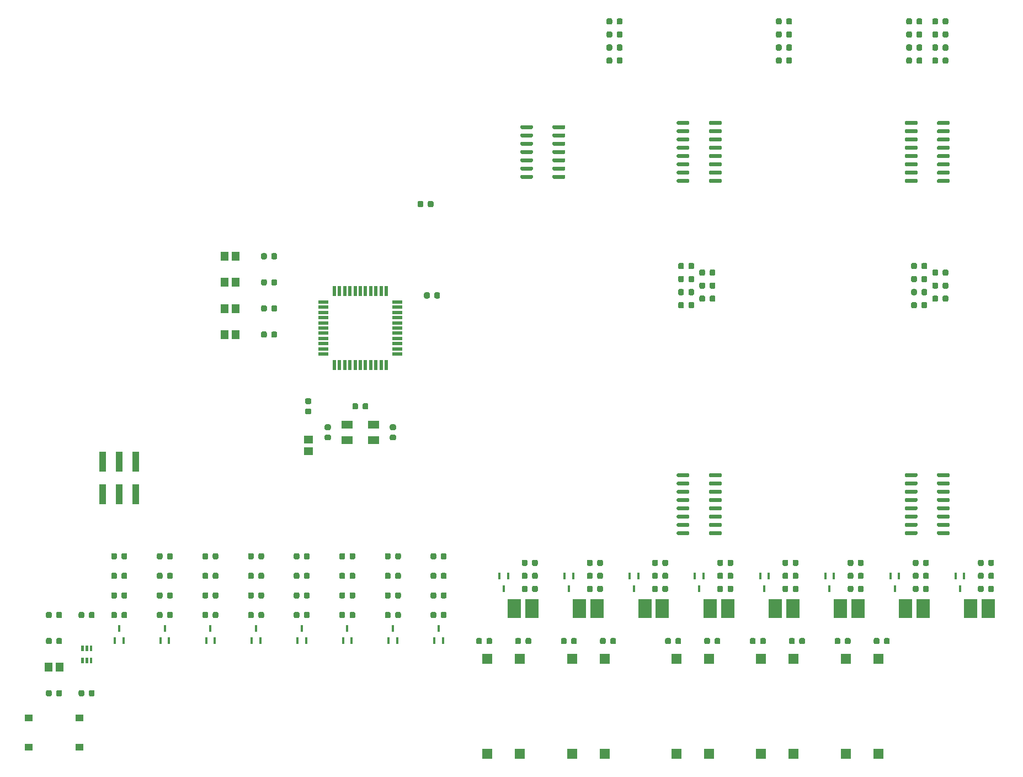
<source format=gtp>
G04 #@! TF.GenerationSoftware,KiCad,Pcbnew,(5.1.6)-1*
G04 #@! TF.CreationDate,2021-05-08T07:02:18+07:00*
G04 #@! TF.ProjectId,digitalSystemBoard,64696769-7461-46c5-9379-7374656d426f,rev?*
G04 #@! TF.SameCoordinates,Original*
G04 #@! TF.FileFunction,Paste,Top*
G04 #@! TF.FilePolarity,Positive*
%FSLAX46Y46*%
G04 Gerber Fmt 4.6, Leading zero omitted, Abs format (unit mm)*
G04 Created by KiCad (PCBNEW (5.1.6)-1) date 2021-05-08 07:02:18*
%MOMM*%
%LPD*%
G01*
G04 APERTURE LIST*
%ADD10C,0.010000*%
%ADD11R,2.000000X3.000000*%
%ADD12R,1.300000X1.100000*%
%ADD13R,1.500000X1.500000*%
%ADD14R,0.457200X1.117600*%
%ADD15R,1.000000X3.150000*%
%ADD16R,1.800000X1.200000*%
%ADD17R,0.550000X1.500000*%
%ADD18R,1.500000X0.550000*%
%ADD19R,1.200000X1.470000*%
%ADD20R,1.470000X1.200000*%
G04 APERTURE END LIST*
D10*
G36*
X74197179Y-140675000D02*
G01*
X74500000Y-140675000D01*
X74500000Y-141422973D01*
X74197179Y-141422973D01*
X74197179Y-140675000D01*
G37*
X74197179Y-140675000D02*
X74500000Y-140675000D01*
X74500000Y-141422973D01*
X74197179Y-141422973D01*
X74197179Y-140675000D01*
G36*
X74849854Y-140675000D02*
G01*
X75150000Y-140675000D01*
X75150000Y-141424439D01*
X74849854Y-141424439D01*
X74849854Y-140675000D01*
G37*
X74849854Y-140675000D02*
X75150000Y-140675000D01*
X75150000Y-141424439D01*
X74849854Y-141424439D01*
X74849854Y-140675000D01*
G36*
X75501483Y-140675000D02*
G01*
X75800000Y-140675000D01*
X75800000Y-141423294D01*
X75501483Y-141423294D01*
X75501483Y-140675000D01*
G37*
X75501483Y-140675000D02*
X75800000Y-140675000D01*
X75800000Y-141423294D01*
X75501483Y-141423294D01*
X75501483Y-140675000D01*
G36*
X75501185Y-142575000D02*
G01*
X75800000Y-142575000D01*
X75800000Y-143328140D01*
X75501185Y-143328140D01*
X75501185Y-142575000D01*
G37*
X75501185Y-142575000D02*
X75800000Y-142575000D01*
X75800000Y-143328140D01*
X75501185Y-143328140D01*
X75501185Y-142575000D01*
G36*
X74849764Y-142575000D02*
G01*
X75150000Y-142575000D01*
X75150000Y-143327080D01*
X74849764Y-143327080D01*
X74849764Y-142575000D01*
G37*
X74849764Y-142575000D02*
X75150000Y-142575000D01*
X75150000Y-143327080D01*
X74849764Y-143327080D01*
X74849764Y-142575000D01*
G36*
X74198878Y-142575000D02*
G01*
X74500000Y-142575000D01*
X74500000Y-143326860D01*
X74198878Y-143326860D01*
X74198878Y-142575000D01*
G37*
X74198878Y-142575000D02*
X74500000Y-142575000D01*
X74500000Y-143326860D01*
X74198878Y-143326860D01*
X74198878Y-142575000D01*
G36*
G01*
X205500000Y-114705000D02*
X205500000Y-114405000D01*
G75*
G02*
X205650000Y-114255000I150000J0D01*
G01*
X207300000Y-114255000D01*
G75*
G02*
X207450000Y-114405000I0J-150000D01*
G01*
X207450000Y-114705000D01*
G75*
G02*
X207300000Y-114855000I-150000J0D01*
G01*
X205650000Y-114855000D01*
G75*
G02*
X205500000Y-114705000I0J150000D01*
G01*
G37*
G36*
G01*
X205500000Y-115975000D02*
X205500000Y-115675000D01*
G75*
G02*
X205650000Y-115525000I150000J0D01*
G01*
X207300000Y-115525000D01*
G75*
G02*
X207450000Y-115675000I0J-150000D01*
G01*
X207450000Y-115975000D01*
G75*
G02*
X207300000Y-116125000I-150000J0D01*
G01*
X205650000Y-116125000D01*
G75*
G02*
X205500000Y-115975000I0J150000D01*
G01*
G37*
G36*
G01*
X205500000Y-117245000D02*
X205500000Y-116945000D01*
G75*
G02*
X205650000Y-116795000I150000J0D01*
G01*
X207300000Y-116795000D01*
G75*
G02*
X207450000Y-116945000I0J-150000D01*
G01*
X207450000Y-117245000D01*
G75*
G02*
X207300000Y-117395000I-150000J0D01*
G01*
X205650000Y-117395000D01*
G75*
G02*
X205500000Y-117245000I0J150000D01*
G01*
G37*
G36*
G01*
X205500000Y-118515000D02*
X205500000Y-118215000D01*
G75*
G02*
X205650000Y-118065000I150000J0D01*
G01*
X207300000Y-118065000D01*
G75*
G02*
X207450000Y-118215000I0J-150000D01*
G01*
X207450000Y-118515000D01*
G75*
G02*
X207300000Y-118665000I-150000J0D01*
G01*
X205650000Y-118665000D01*
G75*
G02*
X205500000Y-118515000I0J150000D01*
G01*
G37*
G36*
G01*
X205500000Y-119785000D02*
X205500000Y-119485000D01*
G75*
G02*
X205650000Y-119335000I150000J0D01*
G01*
X207300000Y-119335000D01*
G75*
G02*
X207450000Y-119485000I0J-150000D01*
G01*
X207450000Y-119785000D01*
G75*
G02*
X207300000Y-119935000I-150000J0D01*
G01*
X205650000Y-119935000D01*
G75*
G02*
X205500000Y-119785000I0J150000D01*
G01*
G37*
G36*
G01*
X205500000Y-121055000D02*
X205500000Y-120755000D01*
G75*
G02*
X205650000Y-120605000I150000J0D01*
G01*
X207300000Y-120605000D01*
G75*
G02*
X207450000Y-120755000I0J-150000D01*
G01*
X207450000Y-121055000D01*
G75*
G02*
X207300000Y-121205000I-150000J0D01*
G01*
X205650000Y-121205000D01*
G75*
G02*
X205500000Y-121055000I0J150000D01*
G01*
G37*
G36*
G01*
X205500000Y-122325000D02*
X205500000Y-122025000D01*
G75*
G02*
X205650000Y-121875000I150000J0D01*
G01*
X207300000Y-121875000D01*
G75*
G02*
X207450000Y-122025000I0J-150000D01*
G01*
X207450000Y-122325000D01*
G75*
G02*
X207300000Y-122475000I-150000J0D01*
G01*
X205650000Y-122475000D01*
G75*
G02*
X205500000Y-122325000I0J150000D01*
G01*
G37*
G36*
G01*
X205500000Y-123595000D02*
X205500000Y-123295000D01*
G75*
G02*
X205650000Y-123145000I150000J0D01*
G01*
X207300000Y-123145000D01*
G75*
G02*
X207450000Y-123295000I0J-150000D01*
G01*
X207450000Y-123595000D01*
G75*
G02*
X207300000Y-123745000I-150000J0D01*
G01*
X205650000Y-123745000D01*
G75*
G02*
X205500000Y-123595000I0J150000D01*
G01*
G37*
G36*
G01*
X200550000Y-123595000D02*
X200550000Y-123295000D01*
G75*
G02*
X200700000Y-123145000I150000J0D01*
G01*
X202350000Y-123145000D01*
G75*
G02*
X202500000Y-123295000I0J-150000D01*
G01*
X202500000Y-123595000D01*
G75*
G02*
X202350000Y-123745000I-150000J0D01*
G01*
X200700000Y-123745000D01*
G75*
G02*
X200550000Y-123595000I0J150000D01*
G01*
G37*
G36*
G01*
X200550000Y-122325000D02*
X200550000Y-122025000D01*
G75*
G02*
X200700000Y-121875000I150000J0D01*
G01*
X202350000Y-121875000D01*
G75*
G02*
X202500000Y-122025000I0J-150000D01*
G01*
X202500000Y-122325000D01*
G75*
G02*
X202350000Y-122475000I-150000J0D01*
G01*
X200700000Y-122475000D01*
G75*
G02*
X200550000Y-122325000I0J150000D01*
G01*
G37*
G36*
G01*
X200550000Y-121055000D02*
X200550000Y-120755000D01*
G75*
G02*
X200700000Y-120605000I150000J0D01*
G01*
X202350000Y-120605000D01*
G75*
G02*
X202500000Y-120755000I0J-150000D01*
G01*
X202500000Y-121055000D01*
G75*
G02*
X202350000Y-121205000I-150000J0D01*
G01*
X200700000Y-121205000D01*
G75*
G02*
X200550000Y-121055000I0J150000D01*
G01*
G37*
G36*
G01*
X200550000Y-119785000D02*
X200550000Y-119485000D01*
G75*
G02*
X200700000Y-119335000I150000J0D01*
G01*
X202350000Y-119335000D01*
G75*
G02*
X202500000Y-119485000I0J-150000D01*
G01*
X202500000Y-119785000D01*
G75*
G02*
X202350000Y-119935000I-150000J0D01*
G01*
X200700000Y-119935000D01*
G75*
G02*
X200550000Y-119785000I0J150000D01*
G01*
G37*
G36*
G01*
X200550000Y-118515000D02*
X200550000Y-118215000D01*
G75*
G02*
X200700000Y-118065000I150000J0D01*
G01*
X202350000Y-118065000D01*
G75*
G02*
X202500000Y-118215000I0J-150000D01*
G01*
X202500000Y-118515000D01*
G75*
G02*
X202350000Y-118665000I-150000J0D01*
G01*
X200700000Y-118665000D01*
G75*
G02*
X200550000Y-118515000I0J150000D01*
G01*
G37*
G36*
G01*
X200550000Y-117245000D02*
X200550000Y-116945000D01*
G75*
G02*
X200700000Y-116795000I150000J0D01*
G01*
X202350000Y-116795000D01*
G75*
G02*
X202500000Y-116945000I0J-150000D01*
G01*
X202500000Y-117245000D01*
G75*
G02*
X202350000Y-117395000I-150000J0D01*
G01*
X200700000Y-117395000D01*
G75*
G02*
X200550000Y-117245000I0J150000D01*
G01*
G37*
G36*
G01*
X200550000Y-115975000D02*
X200550000Y-115675000D01*
G75*
G02*
X200700000Y-115525000I150000J0D01*
G01*
X202350000Y-115525000D01*
G75*
G02*
X202500000Y-115675000I0J-150000D01*
G01*
X202500000Y-115975000D01*
G75*
G02*
X202350000Y-116125000I-150000J0D01*
G01*
X200700000Y-116125000D01*
G75*
G02*
X200550000Y-115975000I0J150000D01*
G01*
G37*
G36*
G01*
X200550000Y-114705000D02*
X200550000Y-114405000D01*
G75*
G02*
X200700000Y-114255000I150000J0D01*
G01*
X202350000Y-114255000D01*
G75*
G02*
X202500000Y-114405000I0J-150000D01*
G01*
X202500000Y-114705000D01*
G75*
G02*
X202350000Y-114855000I-150000J0D01*
G01*
X200700000Y-114855000D01*
G75*
G02*
X200550000Y-114705000I0J150000D01*
G01*
G37*
G36*
G01*
X170500000Y-114705000D02*
X170500000Y-114405000D01*
G75*
G02*
X170650000Y-114255000I150000J0D01*
G01*
X172300000Y-114255000D01*
G75*
G02*
X172450000Y-114405000I0J-150000D01*
G01*
X172450000Y-114705000D01*
G75*
G02*
X172300000Y-114855000I-150000J0D01*
G01*
X170650000Y-114855000D01*
G75*
G02*
X170500000Y-114705000I0J150000D01*
G01*
G37*
G36*
G01*
X170500000Y-115975000D02*
X170500000Y-115675000D01*
G75*
G02*
X170650000Y-115525000I150000J0D01*
G01*
X172300000Y-115525000D01*
G75*
G02*
X172450000Y-115675000I0J-150000D01*
G01*
X172450000Y-115975000D01*
G75*
G02*
X172300000Y-116125000I-150000J0D01*
G01*
X170650000Y-116125000D01*
G75*
G02*
X170500000Y-115975000I0J150000D01*
G01*
G37*
G36*
G01*
X170500000Y-117245000D02*
X170500000Y-116945000D01*
G75*
G02*
X170650000Y-116795000I150000J0D01*
G01*
X172300000Y-116795000D01*
G75*
G02*
X172450000Y-116945000I0J-150000D01*
G01*
X172450000Y-117245000D01*
G75*
G02*
X172300000Y-117395000I-150000J0D01*
G01*
X170650000Y-117395000D01*
G75*
G02*
X170500000Y-117245000I0J150000D01*
G01*
G37*
G36*
G01*
X170500000Y-118515000D02*
X170500000Y-118215000D01*
G75*
G02*
X170650000Y-118065000I150000J0D01*
G01*
X172300000Y-118065000D01*
G75*
G02*
X172450000Y-118215000I0J-150000D01*
G01*
X172450000Y-118515000D01*
G75*
G02*
X172300000Y-118665000I-150000J0D01*
G01*
X170650000Y-118665000D01*
G75*
G02*
X170500000Y-118515000I0J150000D01*
G01*
G37*
G36*
G01*
X170500000Y-119785000D02*
X170500000Y-119485000D01*
G75*
G02*
X170650000Y-119335000I150000J0D01*
G01*
X172300000Y-119335000D01*
G75*
G02*
X172450000Y-119485000I0J-150000D01*
G01*
X172450000Y-119785000D01*
G75*
G02*
X172300000Y-119935000I-150000J0D01*
G01*
X170650000Y-119935000D01*
G75*
G02*
X170500000Y-119785000I0J150000D01*
G01*
G37*
G36*
G01*
X170500000Y-121055000D02*
X170500000Y-120755000D01*
G75*
G02*
X170650000Y-120605000I150000J0D01*
G01*
X172300000Y-120605000D01*
G75*
G02*
X172450000Y-120755000I0J-150000D01*
G01*
X172450000Y-121055000D01*
G75*
G02*
X172300000Y-121205000I-150000J0D01*
G01*
X170650000Y-121205000D01*
G75*
G02*
X170500000Y-121055000I0J150000D01*
G01*
G37*
G36*
G01*
X170500000Y-122325000D02*
X170500000Y-122025000D01*
G75*
G02*
X170650000Y-121875000I150000J0D01*
G01*
X172300000Y-121875000D01*
G75*
G02*
X172450000Y-122025000I0J-150000D01*
G01*
X172450000Y-122325000D01*
G75*
G02*
X172300000Y-122475000I-150000J0D01*
G01*
X170650000Y-122475000D01*
G75*
G02*
X170500000Y-122325000I0J150000D01*
G01*
G37*
G36*
G01*
X170500000Y-123595000D02*
X170500000Y-123295000D01*
G75*
G02*
X170650000Y-123145000I150000J0D01*
G01*
X172300000Y-123145000D01*
G75*
G02*
X172450000Y-123295000I0J-150000D01*
G01*
X172450000Y-123595000D01*
G75*
G02*
X172300000Y-123745000I-150000J0D01*
G01*
X170650000Y-123745000D01*
G75*
G02*
X170500000Y-123595000I0J150000D01*
G01*
G37*
G36*
G01*
X165550000Y-123595000D02*
X165550000Y-123295000D01*
G75*
G02*
X165700000Y-123145000I150000J0D01*
G01*
X167350000Y-123145000D01*
G75*
G02*
X167500000Y-123295000I0J-150000D01*
G01*
X167500000Y-123595000D01*
G75*
G02*
X167350000Y-123745000I-150000J0D01*
G01*
X165700000Y-123745000D01*
G75*
G02*
X165550000Y-123595000I0J150000D01*
G01*
G37*
G36*
G01*
X165550000Y-122325000D02*
X165550000Y-122025000D01*
G75*
G02*
X165700000Y-121875000I150000J0D01*
G01*
X167350000Y-121875000D01*
G75*
G02*
X167500000Y-122025000I0J-150000D01*
G01*
X167500000Y-122325000D01*
G75*
G02*
X167350000Y-122475000I-150000J0D01*
G01*
X165700000Y-122475000D01*
G75*
G02*
X165550000Y-122325000I0J150000D01*
G01*
G37*
G36*
G01*
X165550000Y-121055000D02*
X165550000Y-120755000D01*
G75*
G02*
X165700000Y-120605000I150000J0D01*
G01*
X167350000Y-120605000D01*
G75*
G02*
X167500000Y-120755000I0J-150000D01*
G01*
X167500000Y-121055000D01*
G75*
G02*
X167350000Y-121205000I-150000J0D01*
G01*
X165700000Y-121205000D01*
G75*
G02*
X165550000Y-121055000I0J150000D01*
G01*
G37*
G36*
G01*
X165550000Y-119785000D02*
X165550000Y-119485000D01*
G75*
G02*
X165700000Y-119335000I150000J0D01*
G01*
X167350000Y-119335000D01*
G75*
G02*
X167500000Y-119485000I0J-150000D01*
G01*
X167500000Y-119785000D01*
G75*
G02*
X167350000Y-119935000I-150000J0D01*
G01*
X165700000Y-119935000D01*
G75*
G02*
X165550000Y-119785000I0J150000D01*
G01*
G37*
G36*
G01*
X165550000Y-118515000D02*
X165550000Y-118215000D01*
G75*
G02*
X165700000Y-118065000I150000J0D01*
G01*
X167350000Y-118065000D01*
G75*
G02*
X167500000Y-118215000I0J-150000D01*
G01*
X167500000Y-118515000D01*
G75*
G02*
X167350000Y-118665000I-150000J0D01*
G01*
X165700000Y-118665000D01*
G75*
G02*
X165550000Y-118515000I0J150000D01*
G01*
G37*
G36*
G01*
X165550000Y-117245000D02*
X165550000Y-116945000D01*
G75*
G02*
X165700000Y-116795000I150000J0D01*
G01*
X167350000Y-116795000D01*
G75*
G02*
X167500000Y-116945000I0J-150000D01*
G01*
X167500000Y-117245000D01*
G75*
G02*
X167350000Y-117395000I-150000J0D01*
G01*
X165700000Y-117395000D01*
G75*
G02*
X165550000Y-117245000I0J150000D01*
G01*
G37*
G36*
G01*
X165550000Y-115975000D02*
X165550000Y-115675000D01*
G75*
G02*
X165700000Y-115525000I150000J0D01*
G01*
X167350000Y-115525000D01*
G75*
G02*
X167500000Y-115675000I0J-150000D01*
G01*
X167500000Y-115975000D01*
G75*
G02*
X167350000Y-116125000I-150000J0D01*
G01*
X165700000Y-116125000D01*
G75*
G02*
X165550000Y-115975000I0J150000D01*
G01*
G37*
G36*
G01*
X165550000Y-114705000D02*
X165550000Y-114405000D01*
G75*
G02*
X165700000Y-114255000I150000J0D01*
G01*
X167350000Y-114255000D01*
G75*
G02*
X167500000Y-114405000I0J-150000D01*
G01*
X167500000Y-114705000D01*
G75*
G02*
X167350000Y-114855000I-150000J0D01*
G01*
X165700000Y-114855000D01*
G75*
G02*
X165550000Y-114705000I0J150000D01*
G01*
G37*
G36*
G01*
X201650000Y-50743750D02*
X201650000Y-51256250D01*
G75*
G02*
X201431250Y-51475000I-218750J0D01*
G01*
X200993750Y-51475000D01*
G75*
G02*
X200775000Y-51256250I0J218750D01*
G01*
X200775000Y-50743750D01*
G75*
G02*
X200993750Y-50525000I218750J0D01*
G01*
X201431250Y-50525000D01*
G75*
G02*
X201650000Y-50743750I0J-218750D01*
G01*
G37*
G36*
G01*
X203225000Y-50743750D02*
X203225000Y-51256250D01*
G75*
G02*
X203006250Y-51475000I-218750J0D01*
G01*
X202568750Y-51475000D01*
G75*
G02*
X202350000Y-51256250I0J218750D01*
G01*
X202350000Y-50743750D01*
G75*
G02*
X202568750Y-50525000I218750J0D01*
G01*
X203006250Y-50525000D01*
G75*
G02*
X203225000Y-50743750I0J-218750D01*
G01*
G37*
G36*
G01*
X201650000Y-48743750D02*
X201650000Y-49256250D01*
G75*
G02*
X201431250Y-49475000I-218750J0D01*
G01*
X200993750Y-49475000D01*
G75*
G02*
X200775000Y-49256250I0J218750D01*
G01*
X200775000Y-48743750D01*
G75*
G02*
X200993750Y-48525000I218750J0D01*
G01*
X201431250Y-48525000D01*
G75*
G02*
X201650000Y-48743750I0J-218750D01*
G01*
G37*
G36*
G01*
X203225000Y-48743750D02*
X203225000Y-49256250D01*
G75*
G02*
X203006250Y-49475000I-218750J0D01*
G01*
X202568750Y-49475000D01*
G75*
G02*
X202350000Y-49256250I0J218750D01*
G01*
X202350000Y-48743750D01*
G75*
G02*
X202568750Y-48525000I218750J0D01*
G01*
X203006250Y-48525000D01*
G75*
G02*
X203225000Y-48743750I0J-218750D01*
G01*
G37*
G36*
G01*
X201650000Y-46743750D02*
X201650000Y-47256250D01*
G75*
G02*
X201431250Y-47475000I-218750J0D01*
G01*
X200993750Y-47475000D01*
G75*
G02*
X200775000Y-47256250I0J218750D01*
G01*
X200775000Y-46743750D01*
G75*
G02*
X200993750Y-46525000I218750J0D01*
G01*
X201431250Y-46525000D01*
G75*
G02*
X201650000Y-46743750I0J-218750D01*
G01*
G37*
G36*
G01*
X203225000Y-46743750D02*
X203225000Y-47256250D01*
G75*
G02*
X203006250Y-47475000I-218750J0D01*
G01*
X202568750Y-47475000D01*
G75*
G02*
X202350000Y-47256250I0J218750D01*
G01*
X202350000Y-46743750D01*
G75*
G02*
X202568750Y-46525000I218750J0D01*
G01*
X203006250Y-46525000D01*
G75*
G02*
X203225000Y-46743750I0J-218750D01*
G01*
G37*
G36*
G01*
X201650000Y-44743750D02*
X201650000Y-45256250D01*
G75*
G02*
X201431250Y-45475000I-218750J0D01*
G01*
X200993750Y-45475000D01*
G75*
G02*
X200775000Y-45256250I0J218750D01*
G01*
X200775000Y-44743750D01*
G75*
G02*
X200993750Y-44525000I218750J0D01*
G01*
X201431250Y-44525000D01*
G75*
G02*
X201650000Y-44743750I0J-218750D01*
G01*
G37*
G36*
G01*
X203225000Y-44743750D02*
X203225000Y-45256250D01*
G75*
G02*
X203006250Y-45475000I-218750J0D01*
G01*
X202568750Y-45475000D01*
G75*
G02*
X202350000Y-45256250I0J218750D01*
G01*
X202350000Y-44743750D01*
G75*
G02*
X202568750Y-44525000I218750J0D01*
G01*
X203006250Y-44525000D01*
G75*
G02*
X203225000Y-44743750I0J-218750D01*
G01*
G37*
G36*
G01*
X206350000Y-45256250D02*
X206350000Y-44743750D01*
G75*
G02*
X206568750Y-44525000I218750J0D01*
G01*
X207006250Y-44525000D01*
G75*
G02*
X207225000Y-44743750I0J-218750D01*
G01*
X207225000Y-45256250D01*
G75*
G02*
X207006250Y-45475000I-218750J0D01*
G01*
X206568750Y-45475000D01*
G75*
G02*
X206350000Y-45256250I0J218750D01*
G01*
G37*
G36*
G01*
X204775000Y-45256250D02*
X204775000Y-44743750D01*
G75*
G02*
X204993750Y-44525000I218750J0D01*
G01*
X205431250Y-44525000D01*
G75*
G02*
X205650000Y-44743750I0J-218750D01*
G01*
X205650000Y-45256250D01*
G75*
G02*
X205431250Y-45475000I-218750J0D01*
G01*
X204993750Y-45475000D01*
G75*
G02*
X204775000Y-45256250I0J218750D01*
G01*
G37*
G36*
G01*
X206350000Y-47256250D02*
X206350000Y-46743750D01*
G75*
G02*
X206568750Y-46525000I218750J0D01*
G01*
X207006250Y-46525000D01*
G75*
G02*
X207225000Y-46743750I0J-218750D01*
G01*
X207225000Y-47256250D01*
G75*
G02*
X207006250Y-47475000I-218750J0D01*
G01*
X206568750Y-47475000D01*
G75*
G02*
X206350000Y-47256250I0J218750D01*
G01*
G37*
G36*
G01*
X204775000Y-47256250D02*
X204775000Y-46743750D01*
G75*
G02*
X204993750Y-46525000I218750J0D01*
G01*
X205431250Y-46525000D01*
G75*
G02*
X205650000Y-46743750I0J-218750D01*
G01*
X205650000Y-47256250D01*
G75*
G02*
X205431250Y-47475000I-218750J0D01*
G01*
X204993750Y-47475000D01*
G75*
G02*
X204775000Y-47256250I0J218750D01*
G01*
G37*
G36*
G01*
X206350000Y-49256250D02*
X206350000Y-48743750D01*
G75*
G02*
X206568750Y-48525000I218750J0D01*
G01*
X207006250Y-48525000D01*
G75*
G02*
X207225000Y-48743750I0J-218750D01*
G01*
X207225000Y-49256250D01*
G75*
G02*
X207006250Y-49475000I-218750J0D01*
G01*
X206568750Y-49475000D01*
G75*
G02*
X206350000Y-49256250I0J218750D01*
G01*
G37*
G36*
G01*
X204775000Y-49256250D02*
X204775000Y-48743750D01*
G75*
G02*
X204993750Y-48525000I218750J0D01*
G01*
X205431250Y-48525000D01*
G75*
G02*
X205650000Y-48743750I0J-218750D01*
G01*
X205650000Y-49256250D01*
G75*
G02*
X205431250Y-49475000I-218750J0D01*
G01*
X204993750Y-49475000D01*
G75*
G02*
X204775000Y-49256250I0J218750D01*
G01*
G37*
G36*
G01*
X206350000Y-51256250D02*
X206350000Y-50743750D01*
G75*
G02*
X206568750Y-50525000I218750J0D01*
G01*
X207006250Y-50525000D01*
G75*
G02*
X207225000Y-50743750I0J-218750D01*
G01*
X207225000Y-51256250D01*
G75*
G02*
X207006250Y-51475000I-218750J0D01*
G01*
X206568750Y-51475000D01*
G75*
G02*
X206350000Y-51256250I0J218750D01*
G01*
G37*
G36*
G01*
X204775000Y-51256250D02*
X204775000Y-50743750D01*
G75*
G02*
X204993750Y-50525000I218750J0D01*
G01*
X205431250Y-50525000D01*
G75*
G02*
X205650000Y-50743750I0J-218750D01*
G01*
X205650000Y-51256250D01*
G75*
G02*
X205431250Y-51475000I-218750J0D01*
G01*
X204993750Y-51475000D01*
G75*
G02*
X204775000Y-51256250I0J218750D01*
G01*
G37*
G36*
G01*
X156350000Y-45256250D02*
X156350000Y-44743750D01*
G75*
G02*
X156568750Y-44525000I218750J0D01*
G01*
X157006250Y-44525000D01*
G75*
G02*
X157225000Y-44743750I0J-218750D01*
G01*
X157225000Y-45256250D01*
G75*
G02*
X157006250Y-45475000I-218750J0D01*
G01*
X156568750Y-45475000D01*
G75*
G02*
X156350000Y-45256250I0J218750D01*
G01*
G37*
G36*
G01*
X154775000Y-45256250D02*
X154775000Y-44743750D01*
G75*
G02*
X154993750Y-44525000I218750J0D01*
G01*
X155431250Y-44525000D01*
G75*
G02*
X155650000Y-44743750I0J-218750D01*
G01*
X155650000Y-45256250D01*
G75*
G02*
X155431250Y-45475000I-218750J0D01*
G01*
X154993750Y-45475000D01*
G75*
G02*
X154775000Y-45256250I0J218750D01*
G01*
G37*
G36*
G01*
X156350000Y-47256250D02*
X156350000Y-46743750D01*
G75*
G02*
X156568750Y-46525000I218750J0D01*
G01*
X157006250Y-46525000D01*
G75*
G02*
X157225000Y-46743750I0J-218750D01*
G01*
X157225000Y-47256250D01*
G75*
G02*
X157006250Y-47475000I-218750J0D01*
G01*
X156568750Y-47475000D01*
G75*
G02*
X156350000Y-47256250I0J218750D01*
G01*
G37*
G36*
G01*
X154775000Y-47256250D02*
X154775000Y-46743750D01*
G75*
G02*
X154993750Y-46525000I218750J0D01*
G01*
X155431250Y-46525000D01*
G75*
G02*
X155650000Y-46743750I0J-218750D01*
G01*
X155650000Y-47256250D01*
G75*
G02*
X155431250Y-47475000I-218750J0D01*
G01*
X154993750Y-47475000D01*
G75*
G02*
X154775000Y-47256250I0J218750D01*
G01*
G37*
G36*
G01*
X156350000Y-49256250D02*
X156350000Y-48743750D01*
G75*
G02*
X156568750Y-48525000I218750J0D01*
G01*
X157006250Y-48525000D01*
G75*
G02*
X157225000Y-48743750I0J-218750D01*
G01*
X157225000Y-49256250D01*
G75*
G02*
X157006250Y-49475000I-218750J0D01*
G01*
X156568750Y-49475000D01*
G75*
G02*
X156350000Y-49256250I0J218750D01*
G01*
G37*
G36*
G01*
X154775000Y-49256250D02*
X154775000Y-48743750D01*
G75*
G02*
X154993750Y-48525000I218750J0D01*
G01*
X155431250Y-48525000D01*
G75*
G02*
X155650000Y-48743750I0J-218750D01*
G01*
X155650000Y-49256250D01*
G75*
G02*
X155431250Y-49475000I-218750J0D01*
G01*
X154993750Y-49475000D01*
G75*
G02*
X154775000Y-49256250I0J218750D01*
G01*
G37*
G36*
G01*
X156350000Y-51256250D02*
X156350000Y-50743750D01*
G75*
G02*
X156568750Y-50525000I218750J0D01*
G01*
X157006250Y-50525000D01*
G75*
G02*
X157225000Y-50743750I0J-218750D01*
G01*
X157225000Y-51256250D01*
G75*
G02*
X157006250Y-51475000I-218750J0D01*
G01*
X156568750Y-51475000D01*
G75*
G02*
X156350000Y-51256250I0J218750D01*
G01*
G37*
G36*
G01*
X154775000Y-51256250D02*
X154775000Y-50743750D01*
G75*
G02*
X154993750Y-50525000I218750J0D01*
G01*
X155431250Y-50525000D01*
G75*
G02*
X155650000Y-50743750I0J-218750D01*
G01*
X155650000Y-51256250D01*
G75*
G02*
X155431250Y-51475000I-218750J0D01*
G01*
X154993750Y-51475000D01*
G75*
G02*
X154775000Y-51256250I0J218750D01*
G01*
G37*
G36*
G01*
X181650000Y-50743750D02*
X181650000Y-51256250D01*
G75*
G02*
X181431250Y-51475000I-218750J0D01*
G01*
X180993750Y-51475000D01*
G75*
G02*
X180775000Y-51256250I0J218750D01*
G01*
X180775000Y-50743750D01*
G75*
G02*
X180993750Y-50525000I218750J0D01*
G01*
X181431250Y-50525000D01*
G75*
G02*
X181650000Y-50743750I0J-218750D01*
G01*
G37*
G36*
G01*
X183225000Y-50743750D02*
X183225000Y-51256250D01*
G75*
G02*
X183006250Y-51475000I-218750J0D01*
G01*
X182568750Y-51475000D01*
G75*
G02*
X182350000Y-51256250I0J218750D01*
G01*
X182350000Y-50743750D01*
G75*
G02*
X182568750Y-50525000I218750J0D01*
G01*
X183006250Y-50525000D01*
G75*
G02*
X183225000Y-50743750I0J-218750D01*
G01*
G37*
G36*
G01*
X181650000Y-48743750D02*
X181650000Y-49256250D01*
G75*
G02*
X181431250Y-49475000I-218750J0D01*
G01*
X180993750Y-49475000D01*
G75*
G02*
X180775000Y-49256250I0J218750D01*
G01*
X180775000Y-48743750D01*
G75*
G02*
X180993750Y-48525000I218750J0D01*
G01*
X181431250Y-48525000D01*
G75*
G02*
X181650000Y-48743750I0J-218750D01*
G01*
G37*
G36*
G01*
X183225000Y-48743750D02*
X183225000Y-49256250D01*
G75*
G02*
X183006250Y-49475000I-218750J0D01*
G01*
X182568750Y-49475000D01*
G75*
G02*
X182350000Y-49256250I0J218750D01*
G01*
X182350000Y-48743750D01*
G75*
G02*
X182568750Y-48525000I218750J0D01*
G01*
X183006250Y-48525000D01*
G75*
G02*
X183225000Y-48743750I0J-218750D01*
G01*
G37*
G36*
G01*
X181650000Y-46743750D02*
X181650000Y-47256250D01*
G75*
G02*
X181431250Y-47475000I-218750J0D01*
G01*
X180993750Y-47475000D01*
G75*
G02*
X180775000Y-47256250I0J218750D01*
G01*
X180775000Y-46743750D01*
G75*
G02*
X180993750Y-46525000I218750J0D01*
G01*
X181431250Y-46525000D01*
G75*
G02*
X181650000Y-46743750I0J-218750D01*
G01*
G37*
G36*
G01*
X183225000Y-46743750D02*
X183225000Y-47256250D01*
G75*
G02*
X183006250Y-47475000I-218750J0D01*
G01*
X182568750Y-47475000D01*
G75*
G02*
X182350000Y-47256250I0J218750D01*
G01*
X182350000Y-46743750D01*
G75*
G02*
X182568750Y-46525000I218750J0D01*
G01*
X183006250Y-46525000D01*
G75*
G02*
X183225000Y-46743750I0J-218750D01*
G01*
G37*
G36*
G01*
X181650000Y-44743750D02*
X181650000Y-45256250D01*
G75*
G02*
X181431250Y-45475000I-218750J0D01*
G01*
X180993750Y-45475000D01*
G75*
G02*
X180775000Y-45256250I0J218750D01*
G01*
X180775000Y-44743750D01*
G75*
G02*
X180993750Y-44525000I218750J0D01*
G01*
X181431250Y-44525000D01*
G75*
G02*
X181650000Y-44743750I0J-218750D01*
G01*
G37*
G36*
G01*
X183225000Y-44743750D02*
X183225000Y-45256250D01*
G75*
G02*
X183006250Y-45475000I-218750J0D01*
G01*
X182568750Y-45475000D01*
G75*
G02*
X182350000Y-45256250I0J218750D01*
G01*
X182350000Y-44743750D01*
G75*
G02*
X182568750Y-44525000I218750J0D01*
G01*
X183006250Y-44525000D01*
G75*
G02*
X183225000Y-44743750I0J-218750D01*
G01*
G37*
G36*
G01*
X127350000Y-73256250D02*
X127350000Y-72743750D01*
G75*
G02*
X127568750Y-72525000I218750J0D01*
G01*
X128006250Y-72525000D01*
G75*
G02*
X128225000Y-72743750I0J-218750D01*
G01*
X128225000Y-73256250D01*
G75*
G02*
X128006250Y-73475000I-218750J0D01*
G01*
X127568750Y-73475000D01*
G75*
G02*
X127350000Y-73256250I0J218750D01*
G01*
G37*
G36*
G01*
X125775000Y-73256250D02*
X125775000Y-72743750D01*
G75*
G02*
X125993750Y-72525000I218750J0D01*
G01*
X126431250Y-72525000D01*
G75*
G02*
X126650000Y-72743750I0J-218750D01*
G01*
X126650000Y-73256250D01*
G75*
G02*
X126431250Y-73475000I-218750J0D01*
G01*
X125993750Y-73475000D01*
G75*
G02*
X125775000Y-73256250I0J218750D01*
G01*
G37*
D11*
X213350000Y-135000000D03*
X210650000Y-135000000D03*
X203350000Y-135000000D03*
X200650000Y-135000000D03*
X193350000Y-135000000D03*
X190650000Y-135000000D03*
X183350000Y-135000000D03*
X180650000Y-135000000D03*
X173350000Y-135000000D03*
X170650000Y-135000000D03*
X163350000Y-135000000D03*
X160650000Y-135000000D03*
X153350000Y-135000000D03*
X150650000Y-135000000D03*
X143350000Y-135000000D03*
X140650000Y-135000000D03*
D12*
X73900000Y-156250000D03*
X73900000Y-151750000D03*
X66100000Y-156250000D03*
X66100000Y-151750000D03*
D13*
X196500000Y-157250000D03*
X196500000Y-142750000D03*
X191500000Y-142750000D03*
X191500000Y-157250000D03*
X183500000Y-157250000D03*
X183500000Y-142750000D03*
X178500000Y-142750000D03*
X178500000Y-157250000D03*
X170500000Y-157250000D03*
X170500000Y-142750000D03*
X165500000Y-142750000D03*
X165500000Y-157250000D03*
X154500000Y-157250000D03*
X154500000Y-142750000D03*
X149500000Y-142750000D03*
X149500000Y-157250000D03*
X141500000Y-157250000D03*
X141500000Y-142750000D03*
X136500000Y-142750000D03*
X136500000Y-157250000D03*
D14*
X79339600Y-139965200D03*
X80660400Y-139965200D03*
X80000000Y-138034800D03*
X86339600Y-139965200D03*
X87660400Y-139965200D03*
X87000000Y-138034800D03*
X93339600Y-139965200D03*
X94660400Y-139965200D03*
X94000000Y-138034800D03*
X100339600Y-139965200D03*
X101660400Y-139965200D03*
X101000000Y-138034800D03*
X107339600Y-139965200D03*
X108660400Y-139965200D03*
X108000000Y-138034800D03*
X114339600Y-139965200D03*
X115660400Y-139965200D03*
X115000000Y-138034800D03*
X121339600Y-139965200D03*
X122660400Y-139965200D03*
X122000000Y-138034800D03*
X128339600Y-139965200D03*
X129660400Y-139965200D03*
X129000000Y-138034800D03*
X139660400Y-130034800D03*
X138339600Y-130034800D03*
X139000000Y-131965200D03*
X149660400Y-130034800D03*
X148339600Y-130034800D03*
X149000000Y-131965200D03*
X159660400Y-130034800D03*
X158339600Y-130034800D03*
X159000000Y-131965200D03*
X169660400Y-130034800D03*
X168339600Y-130034800D03*
X169000000Y-131965200D03*
X179660400Y-130034800D03*
X178339600Y-130034800D03*
X179000000Y-131965200D03*
X189660400Y-130034800D03*
X188339600Y-130034800D03*
X189000000Y-131965200D03*
X199660400Y-130034800D03*
X198339600Y-130034800D03*
X199000000Y-131965200D03*
X209660400Y-130034800D03*
X208339600Y-130034800D03*
X209000000Y-131965200D03*
G36*
G01*
X166650000Y-82243750D02*
X166650000Y-82756250D01*
G75*
G02*
X166431250Y-82975000I-218750J0D01*
G01*
X165993750Y-82975000D01*
G75*
G02*
X165775000Y-82756250I0J218750D01*
G01*
X165775000Y-82243750D01*
G75*
G02*
X165993750Y-82025000I218750J0D01*
G01*
X166431250Y-82025000D01*
G75*
G02*
X166650000Y-82243750I0J-218750D01*
G01*
G37*
G36*
G01*
X168225000Y-82243750D02*
X168225000Y-82756250D01*
G75*
G02*
X168006250Y-82975000I-218750J0D01*
G01*
X167568750Y-82975000D01*
G75*
G02*
X167350000Y-82756250I0J218750D01*
G01*
X167350000Y-82243750D01*
G75*
G02*
X167568750Y-82025000I218750J0D01*
G01*
X168006250Y-82025000D01*
G75*
G02*
X168225000Y-82243750I0J-218750D01*
G01*
G37*
G36*
G01*
X169900000Y-83243750D02*
X169900000Y-83756250D01*
G75*
G02*
X169681250Y-83975000I-218750J0D01*
G01*
X169243750Y-83975000D01*
G75*
G02*
X169025000Y-83756250I0J218750D01*
G01*
X169025000Y-83243750D01*
G75*
G02*
X169243750Y-83025000I218750J0D01*
G01*
X169681250Y-83025000D01*
G75*
G02*
X169900000Y-83243750I0J-218750D01*
G01*
G37*
G36*
G01*
X171475000Y-83243750D02*
X171475000Y-83756250D01*
G75*
G02*
X171256250Y-83975000I-218750J0D01*
G01*
X170818750Y-83975000D01*
G75*
G02*
X170600000Y-83756250I0J218750D01*
G01*
X170600000Y-83243750D01*
G75*
G02*
X170818750Y-83025000I218750J0D01*
G01*
X171256250Y-83025000D01*
G75*
G02*
X171475000Y-83243750I0J-218750D01*
G01*
G37*
G36*
G01*
X166650000Y-88243750D02*
X166650000Y-88756250D01*
G75*
G02*
X166431250Y-88975000I-218750J0D01*
G01*
X165993750Y-88975000D01*
G75*
G02*
X165775000Y-88756250I0J218750D01*
G01*
X165775000Y-88243750D01*
G75*
G02*
X165993750Y-88025000I218750J0D01*
G01*
X166431250Y-88025000D01*
G75*
G02*
X166650000Y-88243750I0J-218750D01*
G01*
G37*
G36*
G01*
X168225000Y-88243750D02*
X168225000Y-88756250D01*
G75*
G02*
X168006250Y-88975000I-218750J0D01*
G01*
X167568750Y-88975000D01*
G75*
G02*
X167350000Y-88756250I0J218750D01*
G01*
X167350000Y-88243750D01*
G75*
G02*
X167568750Y-88025000I218750J0D01*
G01*
X168006250Y-88025000D01*
G75*
G02*
X168225000Y-88243750I0J-218750D01*
G01*
G37*
G36*
G01*
X169900000Y-87243750D02*
X169900000Y-87756250D01*
G75*
G02*
X169681250Y-87975000I-218750J0D01*
G01*
X169243750Y-87975000D01*
G75*
G02*
X169025000Y-87756250I0J218750D01*
G01*
X169025000Y-87243750D01*
G75*
G02*
X169243750Y-87025000I218750J0D01*
G01*
X169681250Y-87025000D01*
G75*
G02*
X169900000Y-87243750I0J-218750D01*
G01*
G37*
G36*
G01*
X171475000Y-87243750D02*
X171475000Y-87756250D01*
G75*
G02*
X171256250Y-87975000I-218750J0D01*
G01*
X170818750Y-87975000D01*
G75*
G02*
X170600000Y-87756250I0J218750D01*
G01*
X170600000Y-87243750D01*
G75*
G02*
X170818750Y-87025000I218750J0D01*
G01*
X171256250Y-87025000D01*
G75*
G02*
X171475000Y-87243750I0J-218750D01*
G01*
G37*
G36*
G01*
X166650000Y-86243750D02*
X166650000Y-86756250D01*
G75*
G02*
X166431250Y-86975000I-218750J0D01*
G01*
X165993750Y-86975000D01*
G75*
G02*
X165775000Y-86756250I0J218750D01*
G01*
X165775000Y-86243750D01*
G75*
G02*
X165993750Y-86025000I218750J0D01*
G01*
X166431250Y-86025000D01*
G75*
G02*
X166650000Y-86243750I0J-218750D01*
G01*
G37*
G36*
G01*
X168225000Y-86243750D02*
X168225000Y-86756250D01*
G75*
G02*
X168006250Y-86975000I-218750J0D01*
G01*
X167568750Y-86975000D01*
G75*
G02*
X167350000Y-86756250I0J218750D01*
G01*
X167350000Y-86243750D01*
G75*
G02*
X167568750Y-86025000I218750J0D01*
G01*
X168006250Y-86025000D01*
G75*
G02*
X168225000Y-86243750I0J-218750D01*
G01*
G37*
G36*
G01*
X169900000Y-85243750D02*
X169900000Y-85756250D01*
G75*
G02*
X169681250Y-85975000I-218750J0D01*
G01*
X169243750Y-85975000D01*
G75*
G02*
X169025000Y-85756250I0J218750D01*
G01*
X169025000Y-85243750D01*
G75*
G02*
X169243750Y-85025000I218750J0D01*
G01*
X169681250Y-85025000D01*
G75*
G02*
X169900000Y-85243750I0J-218750D01*
G01*
G37*
G36*
G01*
X171475000Y-85243750D02*
X171475000Y-85756250D01*
G75*
G02*
X171256250Y-85975000I-218750J0D01*
G01*
X170818750Y-85975000D01*
G75*
G02*
X170600000Y-85756250I0J218750D01*
G01*
X170600000Y-85243750D01*
G75*
G02*
X170818750Y-85025000I218750J0D01*
G01*
X171256250Y-85025000D01*
G75*
G02*
X171475000Y-85243750I0J-218750D01*
G01*
G37*
G36*
G01*
X166650000Y-84243750D02*
X166650000Y-84756250D01*
G75*
G02*
X166431250Y-84975000I-218750J0D01*
G01*
X165993750Y-84975000D01*
G75*
G02*
X165775000Y-84756250I0J218750D01*
G01*
X165775000Y-84243750D01*
G75*
G02*
X165993750Y-84025000I218750J0D01*
G01*
X166431250Y-84025000D01*
G75*
G02*
X166650000Y-84243750I0J-218750D01*
G01*
G37*
G36*
G01*
X168225000Y-84243750D02*
X168225000Y-84756250D01*
G75*
G02*
X168006250Y-84975000I-218750J0D01*
G01*
X167568750Y-84975000D01*
G75*
G02*
X167350000Y-84756250I0J218750D01*
G01*
X167350000Y-84243750D01*
G75*
G02*
X167568750Y-84025000I218750J0D01*
G01*
X168006250Y-84025000D01*
G75*
G02*
X168225000Y-84243750I0J-218750D01*
G01*
G37*
G36*
G01*
X206350000Y-85756250D02*
X206350000Y-85243750D01*
G75*
G02*
X206568750Y-85025000I218750J0D01*
G01*
X207006250Y-85025000D01*
G75*
G02*
X207225000Y-85243750I0J-218750D01*
G01*
X207225000Y-85756250D01*
G75*
G02*
X207006250Y-85975000I-218750J0D01*
G01*
X206568750Y-85975000D01*
G75*
G02*
X206350000Y-85756250I0J218750D01*
G01*
G37*
G36*
G01*
X204775000Y-85756250D02*
X204775000Y-85243750D01*
G75*
G02*
X204993750Y-85025000I218750J0D01*
G01*
X205431250Y-85025000D01*
G75*
G02*
X205650000Y-85243750I0J-218750D01*
G01*
X205650000Y-85756250D01*
G75*
G02*
X205431250Y-85975000I-218750J0D01*
G01*
X204993750Y-85975000D01*
G75*
G02*
X204775000Y-85756250I0J218750D01*
G01*
G37*
G36*
G01*
X203100000Y-84756250D02*
X203100000Y-84243750D01*
G75*
G02*
X203318750Y-84025000I218750J0D01*
G01*
X203756250Y-84025000D01*
G75*
G02*
X203975000Y-84243750I0J-218750D01*
G01*
X203975000Y-84756250D01*
G75*
G02*
X203756250Y-84975000I-218750J0D01*
G01*
X203318750Y-84975000D01*
G75*
G02*
X203100000Y-84756250I0J218750D01*
G01*
G37*
G36*
G01*
X201525000Y-84756250D02*
X201525000Y-84243750D01*
G75*
G02*
X201743750Y-84025000I218750J0D01*
G01*
X202181250Y-84025000D01*
G75*
G02*
X202400000Y-84243750I0J-218750D01*
G01*
X202400000Y-84756250D01*
G75*
G02*
X202181250Y-84975000I-218750J0D01*
G01*
X201743750Y-84975000D01*
G75*
G02*
X201525000Y-84756250I0J218750D01*
G01*
G37*
G36*
G01*
X203100000Y-86756250D02*
X203100000Y-86243750D01*
G75*
G02*
X203318750Y-86025000I218750J0D01*
G01*
X203756250Y-86025000D01*
G75*
G02*
X203975000Y-86243750I0J-218750D01*
G01*
X203975000Y-86756250D01*
G75*
G02*
X203756250Y-86975000I-218750J0D01*
G01*
X203318750Y-86975000D01*
G75*
G02*
X203100000Y-86756250I0J218750D01*
G01*
G37*
G36*
G01*
X201525000Y-86756250D02*
X201525000Y-86243750D01*
G75*
G02*
X201743750Y-86025000I218750J0D01*
G01*
X202181250Y-86025000D01*
G75*
G02*
X202400000Y-86243750I0J-218750D01*
G01*
X202400000Y-86756250D01*
G75*
G02*
X202181250Y-86975000I-218750J0D01*
G01*
X201743750Y-86975000D01*
G75*
G02*
X201525000Y-86756250I0J218750D01*
G01*
G37*
G36*
G01*
X206350000Y-87756250D02*
X206350000Y-87243750D01*
G75*
G02*
X206568750Y-87025000I218750J0D01*
G01*
X207006250Y-87025000D01*
G75*
G02*
X207225000Y-87243750I0J-218750D01*
G01*
X207225000Y-87756250D01*
G75*
G02*
X207006250Y-87975000I-218750J0D01*
G01*
X206568750Y-87975000D01*
G75*
G02*
X206350000Y-87756250I0J218750D01*
G01*
G37*
G36*
G01*
X204775000Y-87756250D02*
X204775000Y-87243750D01*
G75*
G02*
X204993750Y-87025000I218750J0D01*
G01*
X205431250Y-87025000D01*
G75*
G02*
X205650000Y-87243750I0J-218750D01*
G01*
X205650000Y-87756250D01*
G75*
G02*
X205431250Y-87975000I-218750J0D01*
G01*
X204993750Y-87975000D01*
G75*
G02*
X204775000Y-87756250I0J218750D01*
G01*
G37*
G36*
G01*
X203100000Y-88756250D02*
X203100000Y-88243750D01*
G75*
G02*
X203318750Y-88025000I218750J0D01*
G01*
X203756250Y-88025000D01*
G75*
G02*
X203975000Y-88243750I0J-218750D01*
G01*
X203975000Y-88756250D01*
G75*
G02*
X203756250Y-88975000I-218750J0D01*
G01*
X203318750Y-88975000D01*
G75*
G02*
X203100000Y-88756250I0J218750D01*
G01*
G37*
G36*
G01*
X201525000Y-88756250D02*
X201525000Y-88243750D01*
G75*
G02*
X201743750Y-88025000I218750J0D01*
G01*
X202181250Y-88025000D01*
G75*
G02*
X202400000Y-88243750I0J-218750D01*
G01*
X202400000Y-88756250D01*
G75*
G02*
X202181250Y-88975000I-218750J0D01*
G01*
X201743750Y-88975000D01*
G75*
G02*
X201525000Y-88756250I0J218750D01*
G01*
G37*
G36*
G01*
X203100000Y-82756250D02*
X203100000Y-82243750D01*
G75*
G02*
X203318750Y-82025000I218750J0D01*
G01*
X203756250Y-82025000D01*
G75*
G02*
X203975000Y-82243750I0J-218750D01*
G01*
X203975000Y-82756250D01*
G75*
G02*
X203756250Y-82975000I-218750J0D01*
G01*
X203318750Y-82975000D01*
G75*
G02*
X203100000Y-82756250I0J218750D01*
G01*
G37*
G36*
G01*
X201525000Y-82756250D02*
X201525000Y-82243750D01*
G75*
G02*
X201743750Y-82025000I218750J0D01*
G01*
X202181250Y-82025000D01*
G75*
G02*
X202400000Y-82243750I0J-218750D01*
G01*
X202400000Y-82756250D01*
G75*
G02*
X202181250Y-82975000I-218750J0D01*
G01*
X201743750Y-82975000D01*
G75*
G02*
X201525000Y-82756250I0J218750D01*
G01*
G37*
G36*
G01*
X206350000Y-83756250D02*
X206350000Y-83243750D01*
G75*
G02*
X206568750Y-83025000I218750J0D01*
G01*
X207006250Y-83025000D01*
G75*
G02*
X207225000Y-83243750I0J-218750D01*
G01*
X207225000Y-83756250D01*
G75*
G02*
X207006250Y-83975000I-218750J0D01*
G01*
X206568750Y-83975000D01*
G75*
G02*
X206350000Y-83756250I0J218750D01*
G01*
G37*
G36*
G01*
X204775000Y-83756250D02*
X204775000Y-83243750D01*
G75*
G02*
X204993750Y-83025000I218750J0D01*
G01*
X205431250Y-83025000D01*
G75*
G02*
X205650000Y-83243750I0J-218750D01*
G01*
X205650000Y-83756250D01*
G75*
G02*
X205431250Y-83975000I-218750J0D01*
G01*
X204993750Y-83975000D01*
G75*
G02*
X204775000Y-83756250I0J218750D01*
G01*
G37*
G36*
G01*
X183350000Y-130256250D02*
X183350000Y-129743750D01*
G75*
G02*
X183568750Y-129525000I218750J0D01*
G01*
X184006250Y-129525000D01*
G75*
G02*
X184225000Y-129743750I0J-218750D01*
G01*
X184225000Y-130256250D01*
G75*
G02*
X184006250Y-130475000I-218750J0D01*
G01*
X183568750Y-130475000D01*
G75*
G02*
X183350000Y-130256250I0J218750D01*
G01*
G37*
G36*
G01*
X181775000Y-130256250D02*
X181775000Y-129743750D01*
G75*
G02*
X181993750Y-129525000I218750J0D01*
G01*
X182431250Y-129525000D01*
G75*
G02*
X182650000Y-129743750I0J-218750D01*
G01*
X182650000Y-130256250D01*
G75*
G02*
X182431250Y-130475000I-218750J0D01*
G01*
X181993750Y-130475000D01*
G75*
G02*
X181775000Y-130256250I0J218750D01*
G01*
G37*
G36*
G01*
X182650000Y-131743750D02*
X182650000Y-132256250D01*
G75*
G02*
X182431250Y-132475000I-218750J0D01*
G01*
X181993750Y-132475000D01*
G75*
G02*
X181775000Y-132256250I0J218750D01*
G01*
X181775000Y-131743750D01*
G75*
G02*
X181993750Y-131525000I218750J0D01*
G01*
X182431250Y-131525000D01*
G75*
G02*
X182650000Y-131743750I0J-218750D01*
G01*
G37*
G36*
G01*
X184225000Y-131743750D02*
X184225000Y-132256250D01*
G75*
G02*
X184006250Y-132475000I-218750J0D01*
G01*
X183568750Y-132475000D01*
G75*
G02*
X183350000Y-132256250I0J218750D01*
G01*
X183350000Y-131743750D01*
G75*
G02*
X183568750Y-131525000I218750J0D01*
G01*
X184006250Y-131525000D01*
G75*
G02*
X184225000Y-131743750I0J-218750D01*
G01*
G37*
G36*
G01*
X182650000Y-127743750D02*
X182650000Y-128256250D01*
G75*
G02*
X182431250Y-128475000I-218750J0D01*
G01*
X181993750Y-128475000D01*
G75*
G02*
X181775000Y-128256250I0J218750D01*
G01*
X181775000Y-127743750D01*
G75*
G02*
X181993750Y-127525000I218750J0D01*
G01*
X182431250Y-127525000D01*
G75*
G02*
X182650000Y-127743750I0J-218750D01*
G01*
G37*
G36*
G01*
X184225000Y-127743750D02*
X184225000Y-128256250D01*
G75*
G02*
X184006250Y-128475000I-218750J0D01*
G01*
X183568750Y-128475000D01*
G75*
G02*
X183350000Y-128256250I0J218750D01*
G01*
X183350000Y-127743750D01*
G75*
G02*
X183568750Y-127525000I218750J0D01*
G01*
X184006250Y-127525000D01*
G75*
G02*
X184225000Y-127743750I0J-218750D01*
G01*
G37*
G36*
G01*
X101350000Y-136256250D02*
X101350000Y-135743750D01*
G75*
G02*
X101568750Y-135525000I218750J0D01*
G01*
X102006250Y-135525000D01*
G75*
G02*
X102225000Y-135743750I0J-218750D01*
G01*
X102225000Y-136256250D01*
G75*
G02*
X102006250Y-136475000I-218750J0D01*
G01*
X101568750Y-136475000D01*
G75*
G02*
X101350000Y-136256250I0J218750D01*
G01*
G37*
G36*
G01*
X99775000Y-136256250D02*
X99775000Y-135743750D01*
G75*
G02*
X99993750Y-135525000I218750J0D01*
G01*
X100431250Y-135525000D01*
G75*
G02*
X100650000Y-135743750I0J-218750D01*
G01*
X100650000Y-136256250D01*
G75*
G02*
X100431250Y-136475000I-218750J0D01*
G01*
X99993750Y-136475000D01*
G75*
G02*
X99775000Y-136256250I0J218750D01*
G01*
G37*
G36*
G01*
X101350000Y-133256250D02*
X101350000Y-132743750D01*
G75*
G02*
X101568750Y-132525000I218750J0D01*
G01*
X102006250Y-132525000D01*
G75*
G02*
X102225000Y-132743750I0J-218750D01*
G01*
X102225000Y-133256250D01*
G75*
G02*
X102006250Y-133475000I-218750J0D01*
G01*
X101568750Y-133475000D01*
G75*
G02*
X101350000Y-133256250I0J218750D01*
G01*
G37*
G36*
G01*
X99775000Y-133256250D02*
X99775000Y-132743750D01*
G75*
G02*
X99993750Y-132525000I218750J0D01*
G01*
X100431250Y-132525000D01*
G75*
G02*
X100650000Y-132743750I0J-218750D01*
G01*
X100650000Y-133256250D01*
G75*
G02*
X100431250Y-133475000I-218750J0D01*
G01*
X99993750Y-133475000D01*
G75*
G02*
X99775000Y-133256250I0J218750D01*
G01*
G37*
G36*
G01*
X101350000Y-130256250D02*
X101350000Y-129743750D01*
G75*
G02*
X101568750Y-129525000I218750J0D01*
G01*
X102006250Y-129525000D01*
G75*
G02*
X102225000Y-129743750I0J-218750D01*
G01*
X102225000Y-130256250D01*
G75*
G02*
X102006250Y-130475000I-218750J0D01*
G01*
X101568750Y-130475000D01*
G75*
G02*
X101350000Y-130256250I0J218750D01*
G01*
G37*
G36*
G01*
X99775000Y-130256250D02*
X99775000Y-129743750D01*
G75*
G02*
X99993750Y-129525000I218750J0D01*
G01*
X100431250Y-129525000D01*
G75*
G02*
X100650000Y-129743750I0J-218750D01*
G01*
X100650000Y-130256250D01*
G75*
G02*
X100431250Y-130475000I-218750J0D01*
G01*
X99993750Y-130475000D01*
G75*
G02*
X99775000Y-130256250I0J218750D01*
G01*
G37*
G36*
G01*
X100650000Y-126743750D02*
X100650000Y-127256250D01*
G75*
G02*
X100431250Y-127475000I-218750J0D01*
G01*
X99993750Y-127475000D01*
G75*
G02*
X99775000Y-127256250I0J218750D01*
G01*
X99775000Y-126743750D01*
G75*
G02*
X99993750Y-126525000I218750J0D01*
G01*
X100431250Y-126525000D01*
G75*
G02*
X100650000Y-126743750I0J-218750D01*
G01*
G37*
G36*
G01*
X102225000Y-126743750D02*
X102225000Y-127256250D01*
G75*
G02*
X102006250Y-127475000I-218750J0D01*
G01*
X101568750Y-127475000D01*
G75*
G02*
X101350000Y-127256250I0J218750D01*
G01*
X101350000Y-126743750D01*
G75*
G02*
X101568750Y-126525000I218750J0D01*
G01*
X102006250Y-126525000D01*
G75*
G02*
X102225000Y-126743750I0J-218750D01*
G01*
G37*
D15*
X82540000Y-112475000D03*
X82540000Y-117525000D03*
X80000000Y-112475000D03*
X80000000Y-117525000D03*
X77460000Y-112475000D03*
X77460000Y-117525000D03*
G36*
G01*
X80350000Y-136256250D02*
X80350000Y-135743750D01*
G75*
G02*
X80568750Y-135525000I218750J0D01*
G01*
X81006250Y-135525000D01*
G75*
G02*
X81225000Y-135743750I0J-218750D01*
G01*
X81225000Y-136256250D01*
G75*
G02*
X81006250Y-136475000I-218750J0D01*
G01*
X80568750Y-136475000D01*
G75*
G02*
X80350000Y-136256250I0J218750D01*
G01*
G37*
G36*
G01*
X78775000Y-136256250D02*
X78775000Y-135743750D01*
G75*
G02*
X78993750Y-135525000I218750J0D01*
G01*
X79431250Y-135525000D01*
G75*
G02*
X79650000Y-135743750I0J-218750D01*
G01*
X79650000Y-136256250D01*
G75*
G02*
X79431250Y-136475000I-218750J0D01*
G01*
X78993750Y-136475000D01*
G75*
G02*
X78775000Y-136256250I0J218750D01*
G01*
G37*
G36*
G01*
X87350000Y-136256250D02*
X87350000Y-135743750D01*
G75*
G02*
X87568750Y-135525000I218750J0D01*
G01*
X88006250Y-135525000D01*
G75*
G02*
X88225000Y-135743750I0J-218750D01*
G01*
X88225000Y-136256250D01*
G75*
G02*
X88006250Y-136475000I-218750J0D01*
G01*
X87568750Y-136475000D01*
G75*
G02*
X87350000Y-136256250I0J218750D01*
G01*
G37*
G36*
G01*
X85775000Y-136256250D02*
X85775000Y-135743750D01*
G75*
G02*
X85993750Y-135525000I218750J0D01*
G01*
X86431250Y-135525000D01*
G75*
G02*
X86650000Y-135743750I0J-218750D01*
G01*
X86650000Y-136256250D01*
G75*
G02*
X86431250Y-136475000I-218750J0D01*
G01*
X85993750Y-136475000D01*
G75*
G02*
X85775000Y-136256250I0J218750D01*
G01*
G37*
G36*
G01*
X94350000Y-136256250D02*
X94350000Y-135743750D01*
G75*
G02*
X94568750Y-135525000I218750J0D01*
G01*
X95006250Y-135525000D01*
G75*
G02*
X95225000Y-135743750I0J-218750D01*
G01*
X95225000Y-136256250D01*
G75*
G02*
X95006250Y-136475000I-218750J0D01*
G01*
X94568750Y-136475000D01*
G75*
G02*
X94350000Y-136256250I0J218750D01*
G01*
G37*
G36*
G01*
X92775000Y-136256250D02*
X92775000Y-135743750D01*
G75*
G02*
X92993750Y-135525000I218750J0D01*
G01*
X93431250Y-135525000D01*
G75*
G02*
X93650000Y-135743750I0J-218750D01*
G01*
X93650000Y-136256250D01*
G75*
G02*
X93431250Y-136475000I-218750J0D01*
G01*
X92993750Y-136475000D01*
G75*
G02*
X92775000Y-136256250I0J218750D01*
G01*
G37*
G36*
G01*
X108350000Y-136256250D02*
X108350000Y-135743750D01*
G75*
G02*
X108568750Y-135525000I218750J0D01*
G01*
X109006250Y-135525000D01*
G75*
G02*
X109225000Y-135743750I0J-218750D01*
G01*
X109225000Y-136256250D01*
G75*
G02*
X109006250Y-136475000I-218750J0D01*
G01*
X108568750Y-136475000D01*
G75*
G02*
X108350000Y-136256250I0J218750D01*
G01*
G37*
G36*
G01*
X106775000Y-136256250D02*
X106775000Y-135743750D01*
G75*
G02*
X106993750Y-135525000I218750J0D01*
G01*
X107431250Y-135525000D01*
G75*
G02*
X107650000Y-135743750I0J-218750D01*
G01*
X107650000Y-136256250D01*
G75*
G02*
X107431250Y-136475000I-218750J0D01*
G01*
X106993750Y-136475000D01*
G75*
G02*
X106775000Y-136256250I0J218750D01*
G01*
G37*
G36*
G01*
X115350000Y-136256250D02*
X115350000Y-135743750D01*
G75*
G02*
X115568750Y-135525000I218750J0D01*
G01*
X116006250Y-135525000D01*
G75*
G02*
X116225000Y-135743750I0J-218750D01*
G01*
X116225000Y-136256250D01*
G75*
G02*
X116006250Y-136475000I-218750J0D01*
G01*
X115568750Y-136475000D01*
G75*
G02*
X115350000Y-136256250I0J218750D01*
G01*
G37*
G36*
G01*
X113775000Y-136256250D02*
X113775000Y-135743750D01*
G75*
G02*
X113993750Y-135525000I218750J0D01*
G01*
X114431250Y-135525000D01*
G75*
G02*
X114650000Y-135743750I0J-218750D01*
G01*
X114650000Y-136256250D01*
G75*
G02*
X114431250Y-136475000I-218750J0D01*
G01*
X113993750Y-136475000D01*
G75*
G02*
X113775000Y-136256250I0J218750D01*
G01*
G37*
G36*
G01*
X122350000Y-136256250D02*
X122350000Y-135743750D01*
G75*
G02*
X122568750Y-135525000I218750J0D01*
G01*
X123006250Y-135525000D01*
G75*
G02*
X123225000Y-135743750I0J-218750D01*
G01*
X123225000Y-136256250D01*
G75*
G02*
X123006250Y-136475000I-218750J0D01*
G01*
X122568750Y-136475000D01*
G75*
G02*
X122350000Y-136256250I0J218750D01*
G01*
G37*
G36*
G01*
X120775000Y-136256250D02*
X120775000Y-135743750D01*
G75*
G02*
X120993750Y-135525000I218750J0D01*
G01*
X121431250Y-135525000D01*
G75*
G02*
X121650000Y-135743750I0J-218750D01*
G01*
X121650000Y-136256250D01*
G75*
G02*
X121431250Y-136475000I-218750J0D01*
G01*
X120993750Y-136475000D01*
G75*
G02*
X120775000Y-136256250I0J218750D01*
G01*
G37*
G36*
G01*
X129350000Y-136256250D02*
X129350000Y-135743750D01*
G75*
G02*
X129568750Y-135525000I218750J0D01*
G01*
X130006250Y-135525000D01*
G75*
G02*
X130225000Y-135743750I0J-218750D01*
G01*
X130225000Y-136256250D01*
G75*
G02*
X130006250Y-136475000I-218750J0D01*
G01*
X129568750Y-136475000D01*
G75*
G02*
X129350000Y-136256250I0J218750D01*
G01*
G37*
G36*
G01*
X127775000Y-136256250D02*
X127775000Y-135743750D01*
G75*
G02*
X127993750Y-135525000I218750J0D01*
G01*
X128431250Y-135525000D01*
G75*
G02*
X128650000Y-135743750I0J-218750D01*
G01*
X128650000Y-136256250D01*
G75*
G02*
X128431250Y-136475000I-218750J0D01*
G01*
X127993750Y-136475000D01*
G75*
G02*
X127775000Y-136256250I0J218750D01*
G01*
G37*
D16*
X119000000Y-109200000D03*
X115000000Y-109200000D03*
X115000000Y-106800000D03*
X119000000Y-106800000D03*
G36*
G01*
X205500000Y-60705000D02*
X205500000Y-60405000D01*
G75*
G02*
X205650000Y-60255000I150000J0D01*
G01*
X207300000Y-60255000D01*
G75*
G02*
X207450000Y-60405000I0J-150000D01*
G01*
X207450000Y-60705000D01*
G75*
G02*
X207300000Y-60855000I-150000J0D01*
G01*
X205650000Y-60855000D01*
G75*
G02*
X205500000Y-60705000I0J150000D01*
G01*
G37*
G36*
G01*
X205500000Y-61975000D02*
X205500000Y-61675000D01*
G75*
G02*
X205650000Y-61525000I150000J0D01*
G01*
X207300000Y-61525000D01*
G75*
G02*
X207450000Y-61675000I0J-150000D01*
G01*
X207450000Y-61975000D01*
G75*
G02*
X207300000Y-62125000I-150000J0D01*
G01*
X205650000Y-62125000D01*
G75*
G02*
X205500000Y-61975000I0J150000D01*
G01*
G37*
G36*
G01*
X205500000Y-63245000D02*
X205500000Y-62945000D01*
G75*
G02*
X205650000Y-62795000I150000J0D01*
G01*
X207300000Y-62795000D01*
G75*
G02*
X207450000Y-62945000I0J-150000D01*
G01*
X207450000Y-63245000D01*
G75*
G02*
X207300000Y-63395000I-150000J0D01*
G01*
X205650000Y-63395000D01*
G75*
G02*
X205500000Y-63245000I0J150000D01*
G01*
G37*
G36*
G01*
X205500000Y-64515000D02*
X205500000Y-64215000D01*
G75*
G02*
X205650000Y-64065000I150000J0D01*
G01*
X207300000Y-64065000D01*
G75*
G02*
X207450000Y-64215000I0J-150000D01*
G01*
X207450000Y-64515000D01*
G75*
G02*
X207300000Y-64665000I-150000J0D01*
G01*
X205650000Y-64665000D01*
G75*
G02*
X205500000Y-64515000I0J150000D01*
G01*
G37*
G36*
G01*
X205500000Y-65785000D02*
X205500000Y-65485000D01*
G75*
G02*
X205650000Y-65335000I150000J0D01*
G01*
X207300000Y-65335000D01*
G75*
G02*
X207450000Y-65485000I0J-150000D01*
G01*
X207450000Y-65785000D01*
G75*
G02*
X207300000Y-65935000I-150000J0D01*
G01*
X205650000Y-65935000D01*
G75*
G02*
X205500000Y-65785000I0J150000D01*
G01*
G37*
G36*
G01*
X205500000Y-67055000D02*
X205500000Y-66755000D01*
G75*
G02*
X205650000Y-66605000I150000J0D01*
G01*
X207300000Y-66605000D01*
G75*
G02*
X207450000Y-66755000I0J-150000D01*
G01*
X207450000Y-67055000D01*
G75*
G02*
X207300000Y-67205000I-150000J0D01*
G01*
X205650000Y-67205000D01*
G75*
G02*
X205500000Y-67055000I0J150000D01*
G01*
G37*
G36*
G01*
X205500000Y-68325000D02*
X205500000Y-68025000D01*
G75*
G02*
X205650000Y-67875000I150000J0D01*
G01*
X207300000Y-67875000D01*
G75*
G02*
X207450000Y-68025000I0J-150000D01*
G01*
X207450000Y-68325000D01*
G75*
G02*
X207300000Y-68475000I-150000J0D01*
G01*
X205650000Y-68475000D01*
G75*
G02*
X205500000Y-68325000I0J150000D01*
G01*
G37*
G36*
G01*
X205500000Y-69595000D02*
X205500000Y-69295000D01*
G75*
G02*
X205650000Y-69145000I150000J0D01*
G01*
X207300000Y-69145000D01*
G75*
G02*
X207450000Y-69295000I0J-150000D01*
G01*
X207450000Y-69595000D01*
G75*
G02*
X207300000Y-69745000I-150000J0D01*
G01*
X205650000Y-69745000D01*
G75*
G02*
X205500000Y-69595000I0J150000D01*
G01*
G37*
G36*
G01*
X200550000Y-69595000D02*
X200550000Y-69295000D01*
G75*
G02*
X200700000Y-69145000I150000J0D01*
G01*
X202350000Y-69145000D01*
G75*
G02*
X202500000Y-69295000I0J-150000D01*
G01*
X202500000Y-69595000D01*
G75*
G02*
X202350000Y-69745000I-150000J0D01*
G01*
X200700000Y-69745000D01*
G75*
G02*
X200550000Y-69595000I0J150000D01*
G01*
G37*
G36*
G01*
X200550000Y-68325000D02*
X200550000Y-68025000D01*
G75*
G02*
X200700000Y-67875000I150000J0D01*
G01*
X202350000Y-67875000D01*
G75*
G02*
X202500000Y-68025000I0J-150000D01*
G01*
X202500000Y-68325000D01*
G75*
G02*
X202350000Y-68475000I-150000J0D01*
G01*
X200700000Y-68475000D01*
G75*
G02*
X200550000Y-68325000I0J150000D01*
G01*
G37*
G36*
G01*
X200550000Y-67055000D02*
X200550000Y-66755000D01*
G75*
G02*
X200700000Y-66605000I150000J0D01*
G01*
X202350000Y-66605000D01*
G75*
G02*
X202500000Y-66755000I0J-150000D01*
G01*
X202500000Y-67055000D01*
G75*
G02*
X202350000Y-67205000I-150000J0D01*
G01*
X200700000Y-67205000D01*
G75*
G02*
X200550000Y-67055000I0J150000D01*
G01*
G37*
G36*
G01*
X200550000Y-65785000D02*
X200550000Y-65485000D01*
G75*
G02*
X200700000Y-65335000I150000J0D01*
G01*
X202350000Y-65335000D01*
G75*
G02*
X202500000Y-65485000I0J-150000D01*
G01*
X202500000Y-65785000D01*
G75*
G02*
X202350000Y-65935000I-150000J0D01*
G01*
X200700000Y-65935000D01*
G75*
G02*
X200550000Y-65785000I0J150000D01*
G01*
G37*
G36*
G01*
X200550000Y-64515000D02*
X200550000Y-64215000D01*
G75*
G02*
X200700000Y-64065000I150000J0D01*
G01*
X202350000Y-64065000D01*
G75*
G02*
X202500000Y-64215000I0J-150000D01*
G01*
X202500000Y-64515000D01*
G75*
G02*
X202350000Y-64665000I-150000J0D01*
G01*
X200700000Y-64665000D01*
G75*
G02*
X200550000Y-64515000I0J150000D01*
G01*
G37*
G36*
G01*
X200550000Y-63245000D02*
X200550000Y-62945000D01*
G75*
G02*
X200700000Y-62795000I150000J0D01*
G01*
X202350000Y-62795000D01*
G75*
G02*
X202500000Y-62945000I0J-150000D01*
G01*
X202500000Y-63245000D01*
G75*
G02*
X202350000Y-63395000I-150000J0D01*
G01*
X200700000Y-63395000D01*
G75*
G02*
X200550000Y-63245000I0J150000D01*
G01*
G37*
G36*
G01*
X200550000Y-61975000D02*
X200550000Y-61675000D01*
G75*
G02*
X200700000Y-61525000I150000J0D01*
G01*
X202350000Y-61525000D01*
G75*
G02*
X202500000Y-61675000I0J-150000D01*
G01*
X202500000Y-61975000D01*
G75*
G02*
X202350000Y-62125000I-150000J0D01*
G01*
X200700000Y-62125000D01*
G75*
G02*
X200550000Y-61975000I0J150000D01*
G01*
G37*
G36*
G01*
X200550000Y-60705000D02*
X200550000Y-60405000D01*
G75*
G02*
X200700000Y-60255000I150000J0D01*
G01*
X202350000Y-60255000D01*
G75*
G02*
X202500000Y-60405000I0J-150000D01*
G01*
X202500000Y-60705000D01*
G75*
G02*
X202350000Y-60855000I-150000J0D01*
G01*
X200700000Y-60855000D01*
G75*
G02*
X200550000Y-60705000I0J150000D01*
G01*
G37*
G36*
G01*
X170500000Y-60705000D02*
X170500000Y-60405000D01*
G75*
G02*
X170650000Y-60255000I150000J0D01*
G01*
X172300000Y-60255000D01*
G75*
G02*
X172450000Y-60405000I0J-150000D01*
G01*
X172450000Y-60705000D01*
G75*
G02*
X172300000Y-60855000I-150000J0D01*
G01*
X170650000Y-60855000D01*
G75*
G02*
X170500000Y-60705000I0J150000D01*
G01*
G37*
G36*
G01*
X170500000Y-61975000D02*
X170500000Y-61675000D01*
G75*
G02*
X170650000Y-61525000I150000J0D01*
G01*
X172300000Y-61525000D01*
G75*
G02*
X172450000Y-61675000I0J-150000D01*
G01*
X172450000Y-61975000D01*
G75*
G02*
X172300000Y-62125000I-150000J0D01*
G01*
X170650000Y-62125000D01*
G75*
G02*
X170500000Y-61975000I0J150000D01*
G01*
G37*
G36*
G01*
X170500000Y-63245000D02*
X170500000Y-62945000D01*
G75*
G02*
X170650000Y-62795000I150000J0D01*
G01*
X172300000Y-62795000D01*
G75*
G02*
X172450000Y-62945000I0J-150000D01*
G01*
X172450000Y-63245000D01*
G75*
G02*
X172300000Y-63395000I-150000J0D01*
G01*
X170650000Y-63395000D01*
G75*
G02*
X170500000Y-63245000I0J150000D01*
G01*
G37*
G36*
G01*
X170500000Y-64515000D02*
X170500000Y-64215000D01*
G75*
G02*
X170650000Y-64065000I150000J0D01*
G01*
X172300000Y-64065000D01*
G75*
G02*
X172450000Y-64215000I0J-150000D01*
G01*
X172450000Y-64515000D01*
G75*
G02*
X172300000Y-64665000I-150000J0D01*
G01*
X170650000Y-64665000D01*
G75*
G02*
X170500000Y-64515000I0J150000D01*
G01*
G37*
G36*
G01*
X170500000Y-65785000D02*
X170500000Y-65485000D01*
G75*
G02*
X170650000Y-65335000I150000J0D01*
G01*
X172300000Y-65335000D01*
G75*
G02*
X172450000Y-65485000I0J-150000D01*
G01*
X172450000Y-65785000D01*
G75*
G02*
X172300000Y-65935000I-150000J0D01*
G01*
X170650000Y-65935000D01*
G75*
G02*
X170500000Y-65785000I0J150000D01*
G01*
G37*
G36*
G01*
X170500000Y-67055000D02*
X170500000Y-66755000D01*
G75*
G02*
X170650000Y-66605000I150000J0D01*
G01*
X172300000Y-66605000D01*
G75*
G02*
X172450000Y-66755000I0J-150000D01*
G01*
X172450000Y-67055000D01*
G75*
G02*
X172300000Y-67205000I-150000J0D01*
G01*
X170650000Y-67205000D01*
G75*
G02*
X170500000Y-67055000I0J150000D01*
G01*
G37*
G36*
G01*
X170500000Y-68325000D02*
X170500000Y-68025000D01*
G75*
G02*
X170650000Y-67875000I150000J0D01*
G01*
X172300000Y-67875000D01*
G75*
G02*
X172450000Y-68025000I0J-150000D01*
G01*
X172450000Y-68325000D01*
G75*
G02*
X172300000Y-68475000I-150000J0D01*
G01*
X170650000Y-68475000D01*
G75*
G02*
X170500000Y-68325000I0J150000D01*
G01*
G37*
G36*
G01*
X170500000Y-69595000D02*
X170500000Y-69295000D01*
G75*
G02*
X170650000Y-69145000I150000J0D01*
G01*
X172300000Y-69145000D01*
G75*
G02*
X172450000Y-69295000I0J-150000D01*
G01*
X172450000Y-69595000D01*
G75*
G02*
X172300000Y-69745000I-150000J0D01*
G01*
X170650000Y-69745000D01*
G75*
G02*
X170500000Y-69595000I0J150000D01*
G01*
G37*
G36*
G01*
X165550000Y-69595000D02*
X165550000Y-69295000D01*
G75*
G02*
X165700000Y-69145000I150000J0D01*
G01*
X167350000Y-69145000D01*
G75*
G02*
X167500000Y-69295000I0J-150000D01*
G01*
X167500000Y-69595000D01*
G75*
G02*
X167350000Y-69745000I-150000J0D01*
G01*
X165700000Y-69745000D01*
G75*
G02*
X165550000Y-69595000I0J150000D01*
G01*
G37*
G36*
G01*
X165550000Y-68325000D02*
X165550000Y-68025000D01*
G75*
G02*
X165700000Y-67875000I150000J0D01*
G01*
X167350000Y-67875000D01*
G75*
G02*
X167500000Y-68025000I0J-150000D01*
G01*
X167500000Y-68325000D01*
G75*
G02*
X167350000Y-68475000I-150000J0D01*
G01*
X165700000Y-68475000D01*
G75*
G02*
X165550000Y-68325000I0J150000D01*
G01*
G37*
G36*
G01*
X165550000Y-67055000D02*
X165550000Y-66755000D01*
G75*
G02*
X165700000Y-66605000I150000J0D01*
G01*
X167350000Y-66605000D01*
G75*
G02*
X167500000Y-66755000I0J-150000D01*
G01*
X167500000Y-67055000D01*
G75*
G02*
X167350000Y-67205000I-150000J0D01*
G01*
X165700000Y-67205000D01*
G75*
G02*
X165550000Y-67055000I0J150000D01*
G01*
G37*
G36*
G01*
X165550000Y-65785000D02*
X165550000Y-65485000D01*
G75*
G02*
X165700000Y-65335000I150000J0D01*
G01*
X167350000Y-65335000D01*
G75*
G02*
X167500000Y-65485000I0J-150000D01*
G01*
X167500000Y-65785000D01*
G75*
G02*
X167350000Y-65935000I-150000J0D01*
G01*
X165700000Y-65935000D01*
G75*
G02*
X165550000Y-65785000I0J150000D01*
G01*
G37*
G36*
G01*
X165550000Y-64515000D02*
X165550000Y-64215000D01*
G75*
G02*
X165700000Y-64065000I150000J0D01*
G01*
X167350000Y-64065000D01*
G75*
G02*
X167500000Y-64215000I0J-150000D01*
G01*
X167500000Y-64515000D01*
G75*
G02*
X167350000Y-64665000I-150000J0D01*
G01*
X165700000Y-64665000D01*
G75*
G02*
X165550000Y-64515000I0J150000D01*
G01*
G37*
G36*
G01*
X165550000Y-63245000D02*
X165550000Y-62945000D01*
G75*
G02*
X165700000Y-62795000I150000J0D01*
G01*
X167350000Y-62795000D01*
G75*
G02*
X167500000Y-62945000I0J-150000D01*
G01*
X167500000Y-63245000D01*
G75*
G02*
X167350000Y-63395000I-150000J0D01*
G01*
X165700000Y-63395000D01*
G75*
G02*
X165550000Y-63245000I0J150000D01*
G01*
G37*
G36*
G01*
X165550000Y-61975000D02*
X165550000Y-61675000D01*
G75*
G02*
X165700000Y-61525000I150000J0D01*
G01*
X167350000Y-61525000D01*
G75*
G02*
X167500000Y-61675000I0J-150000D01*
G01*
X167500000Y-61975000D01*
G75*
G02*
X167350000Y-62125000I-150000J0D01*
G01*
X165700000Y-62125000D01*
G75*
G02*
X165550000Y-61975000I0J150000D01*
G01*
G37*
G36*
G01*
X165550000Y-60705000D02*
X165550000Y-60405000D01*
G75*
G02*
X165700000Y-60255000I150000J0D01*
G01*
X167350000Y-60255000D01*
G75*
G02*
X167500000Y-60405000I0J-150000D01*
G01*
X167500000Y-60705000D01*
G75*
G02*
X167350000Y-60855000I-150000J0D01*
G01*
X165700000Y-60855000D01*
G75*
G02*
X165550000Y-60705000I0J150000D01*
G01*
G37*
D17*
X113000000Y-86300000D03*
X113800000Y-86300000D03*
X114600000Y-86300000D03*
X115400000Y-86300000D03*
X116200000Y-86300000D03*
X117000000Y-86300000D03*
X117800000Y-86300000D03*
X118600000Y-86300000D03*
X119400000Y-86300000D03*
X120200000Y-86300000D03*
X121000000Y-86300000D03*
D18*
X122700000Y-88000000D03*
X122700000Y-88800000D03*
X122700000Y-89600000D03*
X122700000Y-90400000D03*
X122700000Y-91200000D03*
X122700000Y-92000000D03*
X122700000Y-92800000D03*
X122700000Y-93600000D03*
X122700000Y-94400000D03*
X122700000Y-95200000D03*
X122700000Y-96000000D03*
D17*
X121000000Y-97700000D03*
X120200000Y-97700000D03*
X119400000Y-97700000D03*
X118600000Y-97700000D03*
X117800000Y-97700000D03*
X117000000Y-97700000D03*
X116200000Y-97700000D03*
X115400000Y-97700000D03*
X114600000Y-97700000D03*
X113800000Y-97700000D03*
X113000000Y-97700000D03*
D18*
X111300000Y-96000000D03*
X111300000Y-95200000D03*
X111300000Y-94400000D03*
X111300000Y-93600000D03*
X111300000Y-92800000D03*
X111300000Y-92000000D03*
X111300000Y-91200000D03*
X111300000Y-90400000D03*
X111300000Y-89600000D03*
X111300000Y-88800000D03*
X111300000Y-88000000D03*
G36*
G01*
X143500000Y-68660000D02*
X143500000Y-68960000D01*
G75*
G02*
X143350000Y-69110000I-150000J0D01*
G01*
X141700000Y-69110000D01*
G75*
G02*
X141550000Y-68960000I0J150000D01*
G01*
X141550000Y-68660000D01*
G75*
G02*
X141700000Y-68510000I150000J0D01*
G01*
X143350000Y-68510000D01*
G75*
G02*
X143500000Y-68660000I0J-150000D01*
G01*
G37*
G36*
G01*
X143500000Y-67390000D02*
X143500000Y-67690000D01*
G75*
G02*
X143350000Y-67840000I-150000J0D01*
G01*
X141700000Y-67840000D01*
G75*
G02*
X141550000Y-67690000I0J150000D01*
G01*
X141550000Y-67390000D01*
G75*
G02*
X141700000Y-67240000I150000J0D01*
G01*
X143350000Y-67240000D01*
G75*
G02*
X143500000Y-67390000I0J-150000D01*
G01*
G37*
G36*
G01*
X143500000Y-66120000D02*
X143500000Y-66420000D01*
G75*
G02*
X143350000Y-66570000I-150000J0D01*
G01*
X141700000Y-66570000D01*
G75*
G02*
X141550000Y-66420000I0J150000D01*
G01*
X141550000Y-66120000D01*
G75*
G02*
X141700000Y-65970000I150000J0D01*
G01*
X143350000Y-65970000D01*
G75*
G02*
X143500000Y-66120000I0J-150000D01*
G01*
G37*
G36*
G01*
X143500000Y-64850000D02*
X143500000Y-65150000D01*
G75*
G02*
X143350000Y-65300000I-150000J0D01*
G01*
X141700000Y-65300000D01*
G75*
G02*
X141550000Y-65150000I0J150000D01*
G01*
X141550000Y-64850000D01*
G75*
G02*
X141700000Y-64700000I150000J0D01*
G01*
X143350000Y-64700000D01*
G75*
G02*
X143500000Y-64850000I0J-150000D01*
G01*
G37*
G36*
G01*
X143500000Y-63580000D02*
X143500000Y-63880000D01*
G75*
G02*
X143350000Y-64030000I-150000J0D01*
G01*
X141700000Y-64030000D01*
G75*
G02*
X141550000Y-63880000I0J150000D01*
G01*
X141550000Y-63580000D01*
G75*
G02*
X141700000Y-63430000I150000J0D01*
G01*
X143350000Y-63430000D01*
G75*
G02*
X143500000Y-63580000I0J-150000D01*
G01*
G37*
G36*
G01*
X143500000Y-62310000D02*
X143500000Y-62610000D01*
G75*
G02*
X143350000Y-62760000I-150000J0D01*
G01*
X141700000Y-62760000D01*
G75*
G02*
X141550000Y-62610000I0J150000D01*
G01*
X141550000Y-62310000D01*
G75*
G02*
X141700000Y-62160000I150000J0D01*
G01*
X143350000Y-62160000D01*
G75*
G02*
X143500000Y-62310000I0J-150000D01*
G01*
G37*
G36*
G01*
X143500000Y-61040000D02*
X143500000Y-61340000D01*
G75*
G02*
X143350000Y-61490000I-150000J0D01*
G01*
X141700000Y-61490000D01*
G75*
G02*
X141550000Y-61340000I0J150000D01*
G01*
X141550000Y-61040000D01*
G75*
G02*
X141700000Y-60890000I150000J0D01*
G01*
X143350000Y-60890000D01*
G75*
G02*
X143500000Y-61040000I0J-150000D01*
G01*
G37*
G36*
G01*
X148450000Y-61040000D02*
X148450000Y-61340000D01*
G75*
G02*
X148300000Y-61490000I-150000J0D01*
G01*
X146650000Y-61490000D01*
G75*
G02*
X146500000Y-61340000I0J150000D01*
G01*
X146500000Y-61040000D01*
G75*
G02*
X146650000Y-60890000I150000J0D01*
G01*
X148300000Y-60890000D01*
G75*
G02*
X148450000Y-61040000I0J-150000D01*
G01*
G37*
G36*
G01*
X148450000Y-62310000D02*
X148450000Y-62610000D01*
G75*
G02*
X148300000Y-62760000I-150000J0D01*
G01*
X146650000Y-62760000D01*
G75*
G02*
X146500000Y-62610000I0J150000D01*
G01*
X146500000Y-62310000D01*
G75*
G02*
X146650000Y-62160000I150000J0D01*
G01*
X148300000Y-62160000D01*
G75*
G02*
X148450000Y-62310000I0J-150000D01*
G01*
G37*
G36*
G01*
X148450000Y-63580000D02*
X148450000Y-63880000D01*
G75*
G02*
X148300000Y-64030000I-150000J0D01*
G01*
X146650000Y-64030000D01*
G75*
G02*
X146500000Y-63880000I0J150000D01*
G01*
X146500000Y-63580000D01*
G75*
G02*
X146650000Y-63430000I150000J0D01*
G01*
X148300000Y-63430000D01*
G75*
G02*
X148450000Y-63580000I0J-150000D01*
G01*
G37*
G36*
G01*
X148450000Y-64850000D02*
X148450000Y-65150000D01*
G75*
G02*
X148300000Y-65300000I-150000J0D01*
G01*
X146650000Y-65300000D01*
G75*
G02*
X146500000Y-65150000I0J150000D01*
G01*
X146500000Y-64850000D01*
G75*
G02*
X146650000Y-64700000I150000J0D01*
G01*
X148300000Y-64700000D01*
G75*
G02*
X148450000Y-64850000I0J-150000D01*
G01*
G37*
G36*
G01*
X148450000Y-66120000D02*
X148450000Y-66420000D01*
G75*
G02*
X148300000Y-66570000I-150000J0D01*
G01*
X146650000Y-66570000D01*
G75*
G02*
X146500000Y-66420000I0J150000D01*
G01*
X146500000Y-66120000D01*
G75*
G02*
X146650000Y-65970000I150000J0D01*
G01*
X148300000Y-65970000D01*
G75*
G02*
X148450000Y-66120000I0J-150000D01*
G01*
G37*
G36*
G01*
X148450000Y-67390000D02*
X148450000Y-67690000D01*
G75*
G02*
X148300000Y-67840000I-150000J0D01*
G01*
X146650000Y-67840000D01*
G75*
G02*
X146500000Y-67690000I0J150000D01*
G01*
X146500000Y-67390000D01*
G75*
G02*
X146650000Y-67240000I150000J0D01*
G01*
X148300000Y-67240000D01*
G75*
G02*
X148450000Y-67390000I0J-150000D01*
G01*
G37*
G36*
G01*
X148450000Y-68660000D02*
X148450000Y-68960000D01*
G75*
G02*
X148300000Y-69110000I-150000J0D01*
G01*
X146650000Y-69110000D01*
G75*
G02*
X146500000Y-68960000I0J150000D01*
G01*
X146500000Y-68660000D01*
G75*
G02*
X146650000Y-68510000I150000J0D01*
G01*
X148300000Y-68510000D01*
G75*
G02*
X148450000Y-68660000I0J-150000D01*
G01*
G37*
G36*
G01*
X116650000Y-103743750D02*
X116650000Y-104256250D01*
G75*
G02*
X116431250Y-104475000I-218750J0D01*
G01*
X115993750Y-104475000D01*
G75*
G02*
X115775000Y-104256250I0J218750D01*
G01*
X115775000Y-103743750D01*
G75*
G02*
X115993750Y-103525000I218750J0D01*
G01*
X116431250Y-103525000D01*
G75*
G02*
X116650000Y-103743750I0J-218750D01*
G01*
G37*
G36*
G01*
X118225000Y-103743750D02*
X118225000Y-104256250D01*
G75*
G02*
X118006250Y-104475000I-218750J0D01*
G01*
X117568750Y-104475000D01*
G75*
G02*
X117350000Y-104256250I0J218750D01*
G01*
X117350000Y-103743750D01*
G75*
G02*
X117568750Y-103525000I218750J0D01*
G01*
X118006250Y-103525000D01*
G75*
G02*
X118225000Y-103743750I0J-218750D01*
G01*
G37*
G36*
G01*
X127650000Y-86743750D02*
X127650000Y-87256250D01*
G75*
G02*
X127431250Y-87475000I-218750J0D01*
G01*
X126993750Y-87475000D01*
G75*
G02*
X126775000Y-87256250I0J218750D01*
G01*
X126775000Y-86743750D01*
G75*
G02*
X126993750Y-86525000I218750J0D01*
G01*
X127431250Y-86525000D01*
G75*
G02*
X127650000Y-86743750I0J-218750D01*
G01*
G37*
G36*
G01*
X129225000Y-86743750D02*
X129225000Y-87256250D01*
G75*
G02*
X129006250Y-87475000I-218750J0D01*
G01*
X128568750Y-87475000D01*
G75*
G02*
X128350000Y-87256250I0J218750D01*
G01*
X128350000Y-86743750D01*
G75*
G02*
X128568750Y-86525000I218750J0D01*
G01*
X129006250Y-86525000D01*
G75*
G02*
X129225000Y-86743750I0J-218750D01*
G01*
G37*
G36*
G01*
X75350000Y-136256250D02*
X75350000Y-135743750D01*
G75*
G02*
X75568750Y-135525000I218750J0D01*
G01*
X76006250Y-135525000D01*
G75*
G02*
X76225000Y-135743750I0J-218750D01*
G01*
X76225000Y-136256250D01*
G75*
G02*
X76006250Y-136475000I-218750J0D01*
G01*
X75568750Y-136475000D01*
G75*
G02*
X75350000Y-136256250I0J218750D01*
G01*
G37*
G36*
G01*
X73775000Y-136256250D02*
X73775000Y-135743750D01*
G75*
G02*
X73993750Y-135525000I218750J0D01*
G01*
X74431250Y-135525000D01*
G75*
G02*
X74650000Y-135743750I0J-218750D01*
G01*
X74650000Y-136256250D01*
G75*
G02*
X74431250Y-136475000I-218750J0D01*
G01*
X73993750Y-136475000D01*
G75*
G02*
X73775000Y-136256250I0J218750D01*
G01*
G37*
G36*
G01*
X69650000Y-139743750D02*
X69650000Y-140256250D01*
G75*
G02*
X69431250Y-140475000I-218750J0D01*
G01*
X68993750Y-140475000D01*
G75*
G02*
X68775000Y-140256250I0J218750D01*
G01*
X68775000Y-139743750D01*
G75*
G02*
X68993750Y-139525000I218750J0D01*
G01*
X69431250Y-139525000D01*
G75*
G02*
X69650000Y-139743750I0J-218750D01*
G01*
G37*
G36*
G01*
X71225000Y-139743750D02*
X71225000Y-140256250D01*
G75*
G02*
X71006250Y-140475000I-218750J0D01*
G01*
X70568750Y-140475000D01*
G75*
G02*
X70350000Y-140256250I0J218750D01*
G01*
X70350000Y-139743750D01*
G75*
G02*
X70568750Y-139525000I218750J0D01*
G01*
X71006250Y-139525000D01*
G75*
G02*
X71225000Y-139743750I0J-218750D01*
G01*
G37*
G36*
G01*
X69650000Y-135743750D02*
X69650000Y-136256250D01*
G75*
G02*
X69431250Y-136475000I-218750J0D01*
G01*
X68993750Y-136475000D01*
G75*
G02*
X68775000Y-136256250I0J218750D01*
G01*
X68775000Y-135743750D01*
G75*
G02*
X68993750Y-135525000I218750J0D01*
G01*
X69431250Y-135525000D01*
G75*
G02*
X69650000Y-135743750I0J-218750D01*
G01*
G37*
G36*
G01*
X71225000Y-135743750D02*
X71225000Y-136256250D01*
G75*
G02*
X71006250Y-136475000I-218750J0D01*
G01*
X70568750Y-136475000D01*
G75*
G02*
X70350000Y-136256250I0J218750D01*
G01*
X70350000Y-135743750D01*
G75*
G02*
X70568750Y-135525000I218750J0D01*
G01*
X71006250Y-135525000D01*
G75*
G02*
X71225000Y-135743750I0J-218750D01*
G01*
G37*
G36*
G01*
X69650000Y-147743750D02*
X69650000Y-148256250D01*
G75*
G02*
X69431250Y-148475000I-218750J0D01*
G01*
X68993750Y-148475000D01*
G75*
G02*
X68775000Y-148256250I0J218750D01*
G01*
X68775000Y-147743750D01*
G75*
G02*
X68993750Y-147525000I218750J0D01*
G01*
X69431250Y-147525000D01*
G75*
G02*
X69650000Y-147743750I0J-218750D01*
G01*
G37*
G36*
G01*
X71225000Y-147743750D02*
X71225000Y-148256250D01*
G75*
G02*
X71006250Y-148475000I-218750J0D01*
G01*
X70568750Y-148475000D01*
G75*
G02*
X70350000Y-148256250I0J218750D01*
G01*
X70350000Y-147743750D01*
G75*
G02*
X70568750Y-147525000I218750J0D01*
G01*
X71006250Y-147525000D01*
G75*
G02*
X71225000Y-147743750I0J-218750D01*
G01*
G37*
G36*
G01*
X197350000Y-140256250D02*
X197350000Y-139743750D01*
G75*
G02*
X197568750Y-139525000I218750J0D01*
G01*
X198006250Y-139525000D01*
G75*
G02*
X198225000Y-139743750I0J-218750D01*
G01*
X198225000Y-140256250D01*
G75*
G02*
X198006250Y-140475000I-218750J0D01*
G01*
X197568750Y-140475000D01*
G75*
G02*
X197350000Y-140256250I0J218750D01*
G01*
G37*
G36*
G01*
X195775000Y-140256250D02*
X195775000Y-139743750D01*
G75*
G02*
X195993750Y-139525000I218750J0D01*
G01*
X196431250Y-139525000D01*
G75*
G02*
X196650000Y-139743750I0J-218750D01*
G01*
X196650000Y-140256250D01*
G75*
G02*
X196431250Y-140475000I-218750J0D01*
G01*
X195993750Y-140475000D01*
G75*
G02*
X195775000Y-140256250I0J218750D01*
G01*
G37*
G36*
G01*
X184350000Y-140256250D02*
X184350000Y-139743750D01*
G75*
G02*
X184568750Y-139525000I218750J0D01*
G01*
X185006250Y-139525000D01*
G75*
G02*
X185225000Y-139743750I0J-218750D01*
G01*
X185225000Y-140256250D01*
G75*
G02*
X185006250Y-140475000I-218750J0D01*
G01*
X184568750Y-140475000D01*
G75*
G02*
X184350000Y-140256250I0J218750D01*
G01*
G37*
G36*
G01*
X182775000Y-140256250D02*
X182775000Y-139743750D01*
G75*
G02*
X182993750Y-139525000I218750J0D01*
G01*
X183431250Y-139525000D01*
G75*
G02*
X183650000Y-139743750I0J-218750D01*
G01*
X183650000Y-140256250D01*
G75*
G02*
X183431250Y-140475000I-218750J0D01*
G01*
X182993750Y-140475000D01*
G75*
G02*
X182775000Y-140256250I0J218750D01*
G01*
G37*
G36*
G01*
X171350000Y-140256250D02*
X171350000Y-139743750D01*
G75*
G02*
X171568750Y-139525000I218750J0D01*
G01*
X172006250Y-139525000D01*
G75*
G02*
X172225000Y-139743750I0J-218750D01*
G01*
X172225000Y-140256250D01*
G75*
G02*
X172006250Y-140475000I-218750J0D01*
G01*
X171568750Y-140475000D01*
G75*
G02*
X171350000Y-140256250I0J218750D01*
G01*
G37*
G36*
G01*
X169775000Y-140256250D02*
X169775000Y-139743750D01*
G75*
G02*
X169993750Y-139525000I218750J0D01*
G01*
X170431250Y-139525000D01*
G75*
G02*
X170650000Y-139743750I0J-218750D01*
G01*
X170650000Y-140256250D01*
G75*
G02*
X170431250Y-140475000I-218750J0D01*
G01*
X169993750Y-140475000D01*
G75*
G02*
X169775000Y-140256250I0J218750D01*
G01*
G37*
G36*
G01*
X142350000Y-140256250D02*
X142350000Y-139743750D01*
G75*
G02*
X142568750Y-139525000I218750J0D01*
G01*
X143006250Y-139525000D01*
G75*
G02*
X143225000Y-139743750I0J-218750D01*
G01*
X143225000Y-140256250D01*
G75*
G02*
X143006250Y-140475000I-218750J0D01*
G01*
X142568750Y-140475000D01*
G75*
G02*
X142350000Y-140256250I0J218750D01*
G01*
G37*
G36*
G01*
X140775000Y-140256250D02*
X140775000Y-139743750D01*
G75*
G02*
X140993750Y-139525000I218750J0D01*
G01*
X141431250Y-139525000D01*
G75*
G02*
X141650000Y-139743750I0J-218750D01*
G01*
X141650000Y-140256250D01*
G75*
G02*
X141431250Y-140475000I-218750J0D01*
G01*
X140993750Y-140475000D01*
G75*
G02*
X140775000Y-140256250I0J218750D01*
G01*
G37*
G36*
G01*
X155350000Y-140256250D02*
X155350000Y-139743750D01*
G75*
G02*
X155568750Y-139525000I218750J0D01*
G01*
X156006250Y-139525000D01*
G75*
G02*
X156225000Y-139743750I0J-218750D01*
G01*
X156225000Y-140256250D01*
G75*
G02*
X156006250Y-140475000I-218750J0D01*
G01*
X155568750Y-140475000D01*
G75*
G02*
X155350000Y-140256250I0J218750D01*
G01*
G37*
G36*
G01*
X153775000Y-140256250D02*
X153775000Y-139743750D01*
G75*
G02*
X153993750Y-139525000I218750J0D01*
G01*
X154431250Y-139525000D01*
G75*
G02*
X154650000Y-139743750I0J-218750D01*
G01*
X154650000Y-140256250D01*
G75*
G02*
X154431250Y-140475000I-218750J0D01*
G01*
X153993750Y-140475000D01*
G75*
G02*
X153775000Y-140256250I0J218750D01*
G01*
G37*
G36*
G01*
X80350000Y-133256250D02*
X80350000Y-132743750D01*
G75*
G02*
X80568750Y-132525000I218750J0D01*
G01*
X81006250Y-132525000D01*
G75*
G02*
X81225000Y-132743750I0J-218750D01*
G01*
X81225000Y-133256250D01*
G75*
G02*
X81006250Y-133475000I-218750J0D01*
G01*
X80568750Y-133475000D01*
G75*
G02*
X80350000Y-133256250I0J218750D01*
G01*
G37*
G36*
G01*
X78775000Y-133256250D02*
X78775000Y-132743750D01*
G75*
G02*
X78993750Y-132525000I218750J0D01*
G01*
X79431250Y-132525000D01*
G75*
G02*
X79650000Y-132743750I0J-218750D01*
G01*
X79650000Y-133256250D01*
G75*
G02*
X79431250Y-133475000I-218750J0D01*
G01*
X78993750Y-133475000D01*
G75*
G02*
X78775000Y-133256250I0J218750D01*
G01*
G37*
G36*
G01*
X79650000Y-126743750D02*
X79650000Y-127256250D01*
G75*
G02*
X79431250Y-127475000I-218750J0D01*
G01*
X78993750Y-127475000D01*
G75*
G02*
X78775000Y-127256250I0J218750D01*
G01*
X78775000Y-126743750D01*
G75*
G02*
X78993750Y-126525000I218750J0D01*
G01*
X79431250Y-126525000D01*
G75*
G02*
X79650000Y-126743750I0J-218750D01*
G01*
G37*
G36*
G01*
X81225000Y-126743750D02*
X81225000Y-127256250D01*
G75*
G02*
X81006250Y-127475000I-218750J0D01*
G01*
X80568750Y-127475000D01*
G75*
G02*
X80350000Y-127256250I0J218750D01*
G01*
X80350000Y-126743750D01*
G75*
G02*
X80568750Y-126525000I218750J0D01*
G01*
X81006250Y-126525000D01*
G75*
G02*
X81225000Y-126743750I0J-218750D01*
G01*
G37*
G36*
G01*
X80350000Y-130256250D02*
X80350000Y-129743750D01*
G75*
G02*
X80568750Y-129525000I218750J0D01*
G01*
X81006250Y-129525000D01*
G75*
G02*
X81225000Y-129743750I0J-218750D01*
G01*
X81225000Y-130256250D01*
G75*
G02*
X81006250Y-130475000I-218750J0D01*
G01*
X80568750Y-130475000D01*
G75*
G02*
X80350000Y-130256250I0J218750D01*
G01*
G37*
G36*
G01*
X78775000Y-130256250D02*
X78775000Y-129743750D01*
G75*
G02*
X78993750Y-129525000I218750J0D01*
G01*
X79431250Y-129525000D01*
G75*
G02*
X79650000Y-129743750I0J-218750D01*
G01*
X79650000Y-130256250D01*
G75*
G02*
X79431250Y-130475000I-218750J0D01*
G01*
X78993750Y-130475000D01*
G75*
G02*
X78775000Y-130256250I0J218750D01*
G01*
G37*
G36*
G01*
X87350000Y-133256250D02*
X87350000Y-132743750D01*
G75*
G02*
X87568750Y-132525000I218750J0D01*
G01*
X88006250Y-132525000D01*
G75*
G02*
X88225000Y-132743750I0J-218750D01*
G01*
X88225000Y-133256250D01*
G75*
G02*
X88006250Y-133475000I-218750J0D01*
G01*
X87568750Y-133475000D01*
G75*
G02*
X87350000Y-133256250I0J218750D01*
G01*
G37*
G36*
G01*
X85775000Y-133256250D02*
X85775000Y-132743750D01*
G75*
G02*
X85993750Y-132525000I218750J0D01*
G01*
X86431250Y-132525000D01*
G75*
G02*
X86650000Y-132743750I0J-218750D01*
G01*
X86650000Y-133256250D01*
G75*
G02*
X86431250Y-133475000I-218750J0D01*
G01*
X85993750Y-133475000D01*
G75*
G02*
X85775000Y-133256250I0J218750D01*
G01*
G37*
G36*
G01*
X86650000Y-126743750D02*
X86650000Y-127256250D01*
G75*
G02*
X86431250Y-127475000I-218750J0D01*
G01*
X85993750Y-127475000D01*
G75*
G02*
X85775000Y-127256250I0J218750D01*
G01*
X85775000Y-126743750D01*
G75*
G02*
X85993750Y-126525000I218750J0D01*
G01*
X86431250Y-126525000D01*
G75*
G02*
X86650000Y-126743750I0J-218750D01*
G01*
G37*
G36*
G01*
X88225000Y-126743750D02*
X88225000Y-127256250D01*
G75*
G02*
X88006250Y-127475000I-218750J0D01*
G01*
X87568750Y-127475000D01*
G75*
G02*
X87350000Y-127256250I0J218750D01*
G01*
X87350000Y-126743750D01*
G75*
G02*
X87568750Y-126525000I218750J0D01*
G01*
X88006250Y-126525000D01*
G75*
G02*
X88225000Y-126743750I0J-218750D01*
G01*
G37*
G36*
G01*
X87350000Y-130256250D02*
X87350000Y-129743750D01*
G75*
G02*
X87568750Y-129525000I218750J0D01*
G01*
X88006250Y-129525000D01*
G75*
G02*
X88225000Y-129743750I0J-218750D01*
G01*
X88225000Y-130256250D01*
G75*
G02*
X88006250Y-130475000I-218750J0D01*
G01*
X87568750Y-130475000D01*
G75*
G02*
X87350000Y-130256250I0J218750D01*
G01*
G37*
G36*
G01*
X85775000Y-130256250D02*
X85775000Y-129743750D01*
G75*
G02*
X85993750Y-129525000I218750J0D01*
G01*
X86431250Y-129525000D01*
G75*
G02*
X86650000Y-129743750I0J-218750D01*
G01*
X86650000Y-130256250D01*
G75*
G02*
X86431250Y-130475000I-218750J0D01*
G01*
X85993750Y-130475000D01*
G75*
G02*
X85775000Y-130256250I0J218750D01*
G01*
G37*
G36*
G01*
X94350000Y-133256250D02*
X94350000Y-132743750D01*
G75*
G02*
X94568750Y-132525000I218750J0D01*
G01*
X95006250Y-132525000D01*
G75*
G02*
X95225000Y-132743750I0J-218750D01*
G01*
X95225000Y-133256250D01*
G75*
G02*
X95006250Y-133475000I-218750J0D01*
G01*
X94568750Y-133475000D01*
G75*
G02*
X94350000Y-133256250I0J218750D01*
G01*
G37*
G36*
G01*
X92775000Y-133256250D02*
X92775000Y-132743750D01*
G75*
G02*
X92993750Y-132525000I218750J0D01*
G01*
X93431250Y-132525000D01*
G75*
G02*
X93650000Y-132743750I0J-218750D01*
G01*
X93650000Y-133256250D01*
G75*
G02*
X93431250Y-133475000I-218750J0D01*
G01*
X92993750Y-133475000D01*
G75*
G02*
X92775000Y-133256250I0J218750D01*
G01*
G37*
G36*
G01*
X93650000Y-126743750D02*
X93650000Y-127256250D01*
G75*
G02*
X93431250Y-127475000I-218750J0D01*
G01*
X92993750Y-127475000D01*
G75*
G02*
X92775000Y-127256250I0J218750D01*
G01*
X92775000Y-126743750D01*
G75*
G02*
X92993750Y-126525000I218750J0D01*
G01*
X93431250Y-126525000D01*
G75*
G02*
X93650000Y-126743750I0J-218750D01*
G01*
G37*
G36*
G01*
X95225000Y-126743750D02*
X95225000Y-127256250D01*
G75*
G02*
X95006250Y-127475000I-218750J0D01*
G01*
X94568750Y-127475000D01*
G75*
G02*
X94350000Y-127256250I0J218750D01*
G01*
X94350000Y-126743750D01*
G75*
G02*
X94568750Y-126525000I218750J0D01*
G01*
X95006250Y-126525000D01*
G75*
G02*
X95225000Y-126743750I0J-218750D01*
G01*
G37*
G36*
G01*
X94350000Y-130256250D02*
X94350000Y-129743750D01*
G75*
G02*
X94568750Y-129525000I218750J0D01*
G01*
X95006250Y-129525000D01*
G75*
G02*
X95225000Y-129743750I0J-218750D01*
G01*
X95225000Y-130256250D01*
G75*
G02*
X95006250Y-130475000I-218750J0D01*
G01*
X94568750Y-130475000D01*
G75*
G02*
X94350000Y-130256250I0J218750D01*
G01*
G37*
G36*
G01*
X92775000Y-130256250D02*
X92775000Y-129743750D01*
G75*
G02*
X92993750Y-129525000I218750J0D01*
G01*
X93431250Y-129525000D01*
G75*
G02*
X93650000Y-129743750I0J-218750D01*
G01*
X93650000Y-130256250D01*
G75*
G02*
X93431250Y-130475000I-218750J0D01*
G01*
X92993750Y-130475000D01*
G75*
G02*
X92775000Y-130256250I0J218750D01*
G01*
G37*
G36*
G01*
X108350000Y-133256250D02*
X108350000Y-132743750D01*
G75*
G02*
X108568750Y-132525000I218750J0D01*
G01*
X109006250Y-132525000D01*
G75*
G02*
X109225000Y-132743750I0J-218750D01*
G01*
X109225000Y-133256250D01*
G75*
G02*
X109006250Y-133475000I-218750J0D01*
G01*
X108568750Y-133475000D01*
G75*
G02*
X108350000Y-133256250I0J218750D01*
G01*
G37*
G36*
G01*
X106775000Y-133256250D02*
X106775000Y-132743750D01*
G75*
G02*
X106993750Y-132525000I218750J0D01*
G01*
X107431250Y-132525000D01*
G75*
G02*
X107650000Y-132743750I0J-218750D01*
G01*
X107650000Y-133256250D01*
G75*
G02*
X107431250Y-133475000I-218750J0D01*
G01*
X106993750Y-133475000D01*
G75*
G02*
X106775000Y-133256250I0J218750D01*
G01*
G37*
G36*
G01*
X107650000Y-126743750D02*
X107650000Y-127256250D01*
G75*
G02*
X107431250Y-127475000I-218750J0D01*
G01*
X106993750Y-127475000D01*
G75*
G02*
X106775000Y-127256250I0J218750D01*
G01*
X106775000Y-126743750D01*
G75*
G02*
X106993750Y-126525000I218750J0D01*
G01*
X107431250Y-126525000D01*
G75*
G02*
X107650000Y-126743750I0J-218750D01*
G01*
G37*
G36*
G01*
X109225000Y-126743750D02*
X109225000Y-127256250D01*
G75*
G02*
X109006250Y-127475000I-218750J0D01*
G01*
X108568750Y-127475000D01*
G75*
G02*
X108350000Y-127256250I0J218750D01*
G01*
X108350000Y-126743750D01*
G75*
G02*
X108568750Y-126525000I218750J0D01*
G01*
X109006250Y-126525000D01*
G75*
G02*
X109225000Y-126743750I0J-218750D01*
G01*
G37*
G36*
G01*
X108350000Y-130256250D02*
X108350000Y-129743750D01*
G75*
G02*
X108568750Y-129525000I218750J0D01*
G01*
X109006250Y-129525000D01*
G75*
G02*
X109225000Y-129743750I0J-218750D01*
G01*
X109225000Y-130256250D01*
G75*
G02*
X109006250Y-130475000I-218750J0D01*
G01*
X108568750Y-130475000D01*
G75*
G02*
X108350000Y-130256250I0J218750D01*
G01*
G37*
G36*
G01*
X106775000Y-130256250D02*
X106775000Y-129743750D01*
G75*
G02*
X106993750Y-129525000I218750J0D01*
G01*
X107431250Y-129525000D01*
G75*
G02*
X107650000Y-129743750I0J-218750D01*
G01*
X107650000Y-130256250D01*
G75*
G02*
X107431250Y-130475000I-218750J0D01*
G01*
X106993750Y-130475000D01*
G75*
G02*
X106775000Y-130256250I0J218750D01*
G01*
G37*
G36*
G01*
X115350000Y-133256250D02*
X115350000Y-132743750D01*
G75*
G02*
X115568750Y-132525000I218750J0D01*
G01*
X116006250Y-132525000D01*
G75*
G02*
X116225000Y-132743750I0J-218750D01*
G01*
X116225000Y-133256250D01*
G75*
G02*
X116006250Y-133475000I-218750J0D01*
G01*
X115568750Y-133475000D01*
G75*
G02*
X115350000Y-133256250I0J218750D01*
G01*
G37*
G36*
G01*
X113775000Y-133256250D02*
X113775000Y-132743750D01*
G75*
G02*
X113993750Y-132525000I218750J0D01*
G01*
X114431250Y-132525000D01*
G75*
G02*
X114650000Y-132743750I0J-218750D01*
G01*
X114650000Y-133256250D01*
G75*
G02*
X114431250Y-133475000I-218750J0D01*
G01*
X113993750Y-133475000D01*
G75*
G02*
X113775000Y-133256250I0J218750D01*
G01*
G37*
G36*
G01*
X114650000Y-126743750D02*
X114650000Y-127256250D01*
G75*
G02*
X114431250Y-127475000I-218750J0D01*
G01*
X113993750Y-127475000D01*
G75*
G02*
X113775000Y-127256250I0J218750D01*
G01*
X113775000Y-126743750D01*
G75*
G02*
X113993750Y-126525000I218750J0D01*
G01*
X114431250Y-126525000D01*
G75*
G02*
X114650000Y-126743750I0J-218750D01*
G01*
G37*
G36*
G01*
X116225000Y-126743750D02*
X116225000Y-127256250D01*
G75*
G02*
X116006250Y-127475000I-218750J0D01*
G01*
X115568750Y-127475000D01*
G75*
G02*
X115350000Y-127256250I0J218750D01*
G01*
X115350000Y-126743750D01*
G75*
G02*
X115568750Y-126525000I218750J0D01*
G01*
X116006250Y-126525000D01*
G75*
G02*
X116225000Y-126743750I0J-218750D01*
G01*
G37*
G36*
G01*
X115350000Y-130256250D02*
X115350000Y-129743750D01*
G75*
G02*
X115568750Y-129525000I218750J0D01*
G01*
X116006250Y-129525000D01*
G75*
G02*
X116225000Y-129743750I0J-218750D01*
G01*
X116225000Y-130256250D01*
G75*
G02*
X116006250Y-130475000I-218750J0D01*
G01*
X115568750Y-130475000D01*
G75*
G02*
X115350000Y-130256250I0J218750D01*
G01*
G37*
G36*
G01*
X113775000Y-130256250D02*
X113775000Y-129743750D01*
G75*
G02*
X113993750Y-129525000I218750J0D01*
G01*
X114431250Y-129525000D01*
G75*
G02*
X114650000Y-129743750I0J-218750D01*
G01*
X114650000Y-130256250D01*
G75*
G02*
X114431250Y-130475000I-218750J0D01*
G01*
X113993750Y-130475000D01*
G75*
G02*
X113775000Y-130256250I0J218750D01*
G01*
G37*
G36*
G01*
X122350000Y-133256250D02*
X122350000Y-132743750D01*
G75*
G02*
X122568750Y-132525000I218750J0D01*
G01*
X123006250Y-132525000D01*
G75*
G02*
X123225000Y-132743750I0J-218750D01*
G01*
X123225000Y-133256250D01*
G75*
G02*
X123006250Y-133475000I-218750J0D01*
G01*
X122568750Y-133475000D01*
G75*
G02*
X122350000Y-133256250I0J218750D01*
G01*
G37*
G36*
G01*
X120775000Y-133256250D02*
X120775000Y-132743750D01*
G75*
G02*
X120993750Y-132525000I218750J0D01*
G01*
X121431250Y-132525000D01*
G75*
G02*
X121650000Y-132743750I0J-218750D01*
G01*
X121650000Y-133256250D01*
G75*
G02*
X121431250Y-133475000I-218750J0D01*
G01*
X120993750Y-133475000D01*
G75*
G02*
X120775000Y-133256250I0J218750D01*
G01*
G37*
G36*
G01*
X121650000Y-126743750D02*
X121650000Y-127256250D01*
G75*
G02*
X121431250Y-127475000I-218750J0D01*
G01*
X120993750Y-127475000D01*
G75*
G02*
X120775000Y-127256250I0J218750D01*
G01*
X120775000Y-126743750D01*
G75*
G02*
X120993750Y-126525000I218750J0D01*
G01*
X121431250Y-126525000D01*
G75*
G02*
X121650000Y-126743750I0J-218750D01*
G01*
G37*
G36*
G01*
X123225000Y-126743750D02*
X123225000Y-127256250D01*
G75*
G02*
X123006250Y-127475000I-218750J0D01*
G01*
X122568750Y-127475000D01*
G75*
G02*
X122350000Y-127256250I0J218750D01*
G01*
X122350000Y-126743750D01*
G75*
G02*
X122568750Y-126525000I218750J0D01*
G01*
X123006250Y-126525000D01*
G75*
G02*
X123225000Y-126743750I0J-218750D01*
G01*
G37*
G36*
G01*
X122350000Y-130256250D02*
X122350000Y-129743750D01*
G75*
G02*
X122568750Y-129525000I218750J0D01*
G01*
X123006250Y-129525000D01*
G75*
G02*
X123225000Y-129743750I0J-218750D01*
G01*
X123225000Y-130256250D01*
G75*
G02*
X123006250Y-130475000I-218750J0D01*
G01*
X122568750Y-130475000D01*
G75*
G02*
X122350000Y-130256250I0J218750D01*
G01*
G37*
G36*
G01*
X120775000Y-130256250D02*
X120775000Y-129743750D01*
G75*
G02*
X120993750Y-129525000I218750J0D01*
G01*
X121431250Y-129525000D01*
G75*
G02*
X121650000Y-129743750I0J-218750D01*
G01*
X121650000Y-130256250D01*
G75*
G02*
X121431250Y-130475000I-218750J0D01*
G01*
X120993750Y-130475000D01*
G75*
G02*
X120775000Y-130256250I0J218750D01*
G01*
G37*
G36*
G01*
X129350000Y-133256250D02*
X129350000Y-132743750D01*
G75*
G02*
X129568750Y-132525000I218750J0D01*
G01*
X130006250Y-132525000D01*
G75*
G02*
X130225000Y-132743750I0J-218750D01*
G01*
X130225000Y-133256250D01*
G75*
G02*
X130006250Y-133475000I-218750J0D01*
G01*
X129568750Y-133475000D01*
G75*
G02*
X129350000Y-133256250I0J218750D01*
G01*
G37*
G36*
G01*
X127775000Y-133256250D02*
X127775000Y-132743750D01*
G75*
G02*
X127993750Y-132525000I218750J0D01*
G01*
X128431250Y-132525000D01*
G75*
G02*
X128650000Y-132743750I0J-218750D01*
G01*
X128650000Y-133256250D01*
G75*
G02*
X128431250Y-133475000I-218750J0D01*
G01*
X127993750Y-133475000D01*
G75*
G02*
X127775000Y-133256250I0J218750D01*
G01*
G37*
G36*
G01*
X128650000Y-126743750D02*
X128650000Y-127256250D01*
G75*
G02*
X128431250Y-127475000I-218750J0D01*
G01*
X127993750Y-127475000D01*
G75*
G02*
X127775000Y-127256250I0J218750D01*
G01*
X127775000Y-126743750D01*
G75*
G02*
X127993750Y-126525000I218750J0D01*
G01*
X128431250Y-126525000D01*
G75*
G02*
X128650000Y-126743750I0J-218750D01*
G01*
G37*
G36*
G01*
X130225000Y-126743750D02*
X130225000Y-127256250D01*
G75*
G02*
X130006250Y-127475000I-218750J0D01*
G01*
X129568750Y-127475000D01*
G75*
G02*
X129350000Y-127256250I0J218750D01*
G01*
X129350000Y-126743750D01*
G75*
G02*
X129568750Y-126525000I218750J0D01*
G01*
X130006250Y-126525000D01*
G75*
G02*
X130225000Y-126743750I0J-218750D01*
G01*
G37*
G36*
G01*
X129350000Y-130256250D02*
X129350000Y-129743750D01*
G75*
G02*
X129568750Y-129525000I218750J0D01*
G01*
X130006250Y-129525000D01*
G75*
G02*
X130225000Y-129743750I0J-218750D01*
G01*
X130225000Y-130256250D01*
G75*
G02*
X130006250Y-130475000I-218750J0D01*
G01*
X129568750Y-130475000D01*
G75*
G02*
X129350000Y-130256250I0J218750D01*
G01*
G37*
G36*
G01*
X127775000Y-130256250D02*
X127775000Y-129743750D01*
G75*
G02*
X127993750Y-129525000I218750J0D01*
G01*
X128431250Y-129525000D01*
G75*
G02*
X128650000Y-129743750I0J-218750D01*
G01*
X128650000Y-130256250D01*
G75*
G02*
X128431250Y-130475000I-218750J0D01*
G01*
X127993750Y-130475000D01*
G75*
G02*
X127775000Y-130256250I0J218750D01*
G01*
G37*
G36*
G01*
X142650000Y-131743750D02*
X142650000Y-132256250D01*
G75*
G02*
X142431250Y-132475000I-218750J0D01*
G01*
X141993750Y-132475000D01*
G75*
G02*
X141775000Y-132256250I0J218750D01*
G01*
X141775000Y-131743750D01*
G75*
G02*
X141993750Y-131525000I218750J0D01*
G01*
X142431250Y-131525000D01*
G75*
G02*
X142650000Y-131743750I0J-218750D01*
G01*
G37*
G36*
G01*
X144225000Y-131743750D02*
X144225000Y-132256250D01*
G75*
G02*
X144006250Y-132475000I-218750J0D01*
G01*
X143568750Y-132475000D01*
G75*
G02*
X143350000Y-132256250I0J218750D01*
G01*
X143350000Y-131743750D01*
G75*
G02*
X143568750Y-131525000I218750J0D01*
G01*
X144006250Y-131525000D01*
G75*
G02*
X144225000Y-131743750I0J-218750D01*
G01*
G37*
G36*
G01*
X142650000Y-127743750D02*
X142650000Y-128256250D01*
G75*
G02*
X142431250Y-128475000I-218750J0D01*
G01*
X141993750Y-128475000D01*
G75*
G02*
X141775000Y-128256250I0J218750D01*
G01*
X141775000Y-127743750D01*
G75*
G02*
X141993750Y-127525000I218750J0D01*
G01*
X142431250Y-127525000D01*
G75*
G02*
X142650000Y-127743750I0J-218750D01*
G01*
G37*
G36*
G01*
X144225000Y-127743750D02*
X144225000Y-128256250D01*
G75*
G02*
X144006250Y-128475000I-218750J0D01*
G01*
X143568750Y-128475000D01*
G75*
G02*
X143350000Y-128256250I0J218750D01*
G01*
X143350000Y-127743750D01*
G75*
G02*
X143568750Y-127525000I218750J0D01*
G01*
X144006250Y-127525000D01*
G75*
G02*
X144225000Y-127743750I0J-218750D01*
G01*
G37*
G36*
G01*
X143350000Y-130256250D02*
X143350000Y-129743750D01*
G75*
G02*
X143568750Y-129525000I218750J0D01*
G01*
X144006250Y-129525000D01*
G75*
G02*
X144225000Y-129743750I0J-218750D01*
G01*
X144225000Y-130256250D01*
G75*
G02*
X144006250Y-130475000I-218750J0D01*
G01*
X143568750Y-130475000D01*
G75*
G02*
X143350000Y-130256250I0J218750D01*
G01*
G37*
G36*
G01*
X141775000Y-130256250D02*
X141775000Y-129743750D01*
G75*
G02*
X141993750Y-129525000I218750J0D01*
G01*
X142431250Y-129525000D01*
G75*
G02*
X142650000Y-129743750I0J-218750D01*
G01*
X142650000Y-130256250D01*
G75*
G02*
X142431250Y-130475000I-218750J0D01*
G01*
X141993750Y-130475000D01*
G75*
G02*
X141775000Y-130256250I0J218750D01*
G01*
G37*
G36*
G01*
X152650000Y-131743750D02*
X152650000Y-132256250D01*
G75*
G02*
X152431250Y-132475000I-218750J0D01*
G01*
X151993750Y-132475000D01*
G75*
G02*
X151775000Y-132256250I0J218750D01*
G01*
X151775000Y-131743750D01*
G75*
G02*
X151993750Y-131525000I218750J0D01*
G01*
X152431250Y-131525000D01*
G75*
G02*
X152650000Y-131743750I0J-218750D01*
G01*
G37*
G36*
G01*
X154225000Y-131743750D02*
X154225000Y-132256250D01*
G75*
G02*
X154006250Y-132475000I-218750J0D01*
G01*
X153568750Y-132475000D01*
G75*
G02*
X153350000Y-132256250I0J218750D01*
G01*
X153350000Y-131743750D01*
G75*
G02*
X153568750Y-131525000I218750J0D01*
G01*
X154006250Y-131525000D01*
G75*
G02*
X154225000Y-131743750I0J-218750D01*
G01*
G37*
G36*
G01*
X152650000Y-127743750D02*
X152650000Y-128256250D01*
G75*
G02*
X152431250Y-128475000I-218750J0D01*
G01*
X151993750Y-128475000D01*
G75*
G02*
X151775000Y-128256250I0J218750D01*
G01*
X151775000Y-127743750D01*
G75*
G02*
X151993750Y-127525000I218750J0D01*
G01*
X152431250Y-127525000D01*
G75*
G02*
X152650000Y-127743750I0J-218750D01*
G01*
G37*
G36*
G01*
X154225000Y-127743750D02*
X154225000Y-128256250D01*
G75*
G02*
X154006250Y-128475000I-218750J0D01*
G01*
X153568750Y-128475000D01*
G75*
G02*
X153350000Y-128256250I0J218750D01*
G01*
X153350000Y-127743750D01*
G75*
G02*
X153568750Y-127525000I218750J0D01*
G01*
X154006250Y-127525000D01*
G75*
G02*
X154225000Y-127743750I0J-218750D01*
G01*
G37*
G36*
G01*
X153350000Y-130256250D02*
X153350000Y-129743750D01*
G75*
G02*
X153568750Y-129525000I218750J0D01*
G01*
X154006250Y-129525000D01*
G75*
G02*
X154225000Y-129743750I0J-218750D01*
G01*
X154225000Y-130256250D01*
G75*
G02*
X154006250Y-130475000I-218750J0D01*
G01*
X153568750Y-130475000D01*
G75*
G02*
X153350000Y-130256250I0J218750D01*
G01*
G37*
G36*
G01*
X151775000Y-130256250D02*
X151775000Y-129743750D01*
G75*
G02*
X151993750Y-129525000I218750J0D01*
G01*
X152431250Y-129525000D01*
G75*
G02*
X152650000Y-129743750I0J-218750D01*
G01*
X152650000Y-130256250D01*
G75*
G02*
X152431250Y-130475000I-218750J0D01*
G01*
X151993750Y-130475000D01*
G75*
G02*
X151775000Y-130256250I0J218750D01*
G01*
G37*
G36*
G01*
X162650000Y-131743750D02*
X162650000Y-132256250D01*
G75*
G02*
X162431250Y-132475000I-218750J0D01*
G01*
X161993750Y-132475000D01*
G75*
G02*
X161775000Y-132256250I0J218750D01*
G01*
X161775000Y-131743750D01*
G75*
G02*
X161993750Y-131525000I218750J0D01*
G01*
X162431250Y-131525000D01*
G75*
G02*
X162650000Y-131743750I0J-218750D01*
G01*
G37*
G36*
G01*
X164225000Y-131743750D02*
X164225000Y-132256250D01*
G75*
G02*
X164006250Y-132475000I-218750J0D01*
G01*
X163568750Y-132475000D01*
G75*
G02*
X163350000Y-132256250I0J218750D01*
G01*
X163350000Y-131743750D01*
G75*
G02*
X163568750Y-131525000I218750J0D01*
G01*
X164006250Y-131525000D01*
G75*
G02*
X164225000Y-131743750I0J-218750D01*
G01*
G37*
G36*
G01*
X162650000Y-127743750D02*
X162650000Y-128256250D01*
G75*
G02*
X162431250Y-128475000I-218750J0D01*
G01*
X161993750Y-128475000D01*
G75*
G02*
X161775000Y-128256250I0J218750D01*
G01*
X161775000Y-127743750D01*
G75*
G02*
X161993750Y-127525000I218750J0D01*
G01*
X162431250Y-127525000D01*
G75*
G02*
X162650000Y-127743750I0J-218750D01*
G01*
G37*
G36*
G01*
X164225000Y-127743750D02*
X164225000Y-128256250D01*
G75*
G02*
X164006250Y-128475000I-218750J0D01*
G01*
X163568750Y-128475000D01*
G75*
G02*
X163350000Y-128256250I0J218750D01*
G01*
X163350000Y-127743750D01*
G75*
G02*
X163568750Y-127525000I218750J0D01*
G01*
X164006250Y-127525000D01*
G75*
G02*
X164225000Y-127743750I0J-218750D01*
G01*
G37*
G36*
G01*
X163350000Y-130256250D02*
X163350000Y-129743750D01*
G75*
G02*
X163568750Y-129525000I218750J0D01*
G01*
X164006250Y-129525000D01*
G75*
G02*
X164225000Y-129743750I0J-218750D01*
G01*
X164225000Y-130256250D01*
G75*
G02*
X164006250Y-130475000I-218750J0D01*
G01*
X163568750Y-130475000D01*
G75*
G02*
X163350000Y-130256250I0J218750D01*
G01*
G37*
G36*
G01*
X161775000Y-130256250D02*
X161775000Y-129743750D01*
G75*
G02*
X161993750Y-129525000I218750J0D01*
G01*
X162431250Y-129525000D01*
G75*
G02*
X162650000Y-129743750I0J-218750D01*
G01*
X162650000Y-130256250D01*
G75*
G02*
X162431250Y-130475000I-218750J0D01*
G01*
X161993750Y-130475000D01*
G75*
G02*
X161775000Y-130256250I0J218750D01*
G01*
G37*
G36*
G01*
X172650000Y-131743750D02*
X172650000Y-132256250D01*
G75*
G02*
X172431250Y-132475000I-218750J0D01*
G01*
X171993750Y-132475000D01*
G75*
G02*
X171775000Y-132256250I0J218750D01*
G01*
X171775000Y-131743750D01*
G75*
G02*
X171993750Y-131525000I218750J0D01*
G01*
X172431250Y-131525000D01*
G75*
G02*
X172650000Y-131743750I0J-218750D01*
G01*
G37*
G36*
G01*
X174225000Y-131743750D02*
X174225000Y-132256250D01*
G75*
G02*
X174006250Y-132475000I-218750J0D01*
G01*
X173568750Y-132475000D01*
G75*
G02*
X173350000Y-132256250I0J218750D01*
G01*
X173350000Y-131743750D01*
G75*
G02*
X173568750Y-131525000I218750J0D01*
G01*
X174006250Y-131525000D01*
G75*
G02*
X174225000Y-131743750I0J-218750D01*
G01*
G37*
G36*
G01*
X172650000Y-127743750D02*
X172650000Y-128256250D01*
G75*
G02*
X172431250Y-128475000I-218750J0D01*
G01*
X171993750Y-128475000D01*
G75*
G02*
X171775000Y-128256250I0J218750D01*
G01*
X171775000Y-127743750D01*
G75*
G02*
X171993750Y-127525000I218750J0D01*
G01*
X172431250Y-127525000D01*
G75*
G02*
X172650000Y-127743750I0J-218750D01*
G01*
G37*
G36*
G01*
X174225000Y-127743750D02*
X174225000Y-128256250D01*
G75*
G02*
X174006250Y-128475000I-218750J0D01*
G01*
X173568750Y-128475000D01*
G75*
G02*
X173350000Y-128256250I0J218750D01*
G01*
X173350000Y-127743750D01*
G75*
G02*
X173568750Y-127525000I218750J0D01*
G01*
X174006250Y-127525000D01*
G75*
G02*
X174225000Y-127743750I0J-218750D01*
G01*
G37*
G36*
G01*
X173350000Y-130256250D02*
X173350000Y-129743750D01*
G75*
G02*
X173568750Y-129525000I218750J0D01*
G01*
X174006250Y-129525000D01*
G75*
G02*
X174225000Y-129743750I0J-218750D01*
G01*
X174225000Y-130256250D01*
G75*
G02*
X174006250Y-130475000I-218750J0D01*
G01*
X173568750Y-130475000D01*
G75*
G02*
X173350000Y-130256250I0J218750D01*
G01*
G37*
G36*
G01*
X171775000Y-130256250D02*
X171775000Y-129743750D01*
G75*
G02*
X171993750Y-129525000I218750J0D01*
G01*
X172431250Y-129525000D01*
G75*
G02*
X172650000Y-129743750I0J-218750D01*
G01*
X172650000Y-130256250D01*
G75*
G02*
X172431250Y-130475000I-218750J0D01*
G01*
X171993750Y-130475000D01*
G75*
G02*
X171775000Y-130256250I0J218750D01*
G01*
G37*
G36*
G01*
X192650000Y-131743750D02*
X192650000Y-132256250D01*
G75*
G02*
X192431250Y-132475000I-218750J0D01*
G01*
X191993750Y-132475000D01*
G75*
G02*
X191775000Y-132256250I0J218750D01*
G01*
X191775000Y-131743750D01*
G75*
G02*
X191993750Y-131525000I218750J0D01*
G01*
X192431250Y-131525000D01*
G75*
G02*
X192650000Y-131743750I0J-218750D01*
G01*
G37*
G36*
G01*
X194225000Y-131743750D02*
X194225000Y-132256250D01*
G75*
G02*
X194006250Y-132475000I-218750J0D01*
G01*
X193568750Y-132475000D01*
G75*
G02*
X193350000Y-132256250I0J218750D01*
G01*
X193350000Y-131743750D01*
G75*
G02*
X193568750Y-131525000I218750J0D01*
G01*
X194006250Y-131525000D01*
G75*
G02*
X194225000Y-131743750I0J-218750D01*
G01*
G37*
G36*
G01*
X192650000Y-127743750D02*
X192650000Y-128256250D01*
G75*
G02*
X192431250Y-128475000I-218750J0D01*
G01*
X191993750Y-128475000D01*
G75*
G02*
X191775000Y-128256250I0J218750D01*
G01*
X191775000Y-127743750D01*
G75*
G02*
X191993750Y-127525000I218750J0D01*
G01*
X192431250Y-127525000D01*
G75*
G02*
X192650000Y-127743750I0J-218750D01*
G01*
G37*
G36*
G01*
X194225000Y-127743750D02*
X194225000Y-128256250D01*
G75*
G02*
X194006250Y-128475000I-218750J0D01*
G01*
X193568750Y-128475000D01*
G75*
G02*
X193350000Y-128256250I0J218750D01*
G01*
X193350000Y-127743750D01*
G75*
G02*
X193568750Y-127525000I218750J0D01*
G01*
X194006250Y-127525000D01*
G75*
G02*
X194225000Y-127743750I0J-218750D01*
G01*
G37*
G36*
G01*
X193350000Y-130256250D02*
X193350000Y-129743750D01*
G75*
G02*
X193568750Y-129525000I218750J0D01*
G01*
X194006250Y-129525000D01*
G75*
G02*
X194225000Y-129743750I0J-218750D01*
G01*
X194225000Y-130256250D01*
G75*
G02*
X194006250Y-130475000I-218750J0D01*
G01*
X193568750Y-130475000D01*
G75*
G02*
X193350000Y-130256250I0J218750D01*
G01*
G37*
G36*
G01*
X191775000Y-130256250D02*
X191775000Y-129743750D01*
G75*
G02*
X191993750Y-129525000I218750J0D01*
G01*
X192431250Y-129525000D01*
G75*
G02*
X192650000Y-129743750I0J-218750D01*
G01*
X192650000Y-130256250D01*
G75*
G02*
X192431250Y-130475000I-218750J0D01*
G01*
X191993750Y-130475000D01*
G75*
G02*
X191775000Y-130256250I0J218750D01*
G01*
G37*
G36*
G01*
X202650000Y-131743750D02*
X202650000Y-132256250D01*
G75*
G02*
X202431250Y-132475000I-218750J0D01*
G01*
X201993750Y-132475000D01*
G75*
G02*
X201775000Y-132256250I0J218750D01*
G01*
X201775000Y-131743750D01*
G75*
G02*
X201993750Y-131525000I218750J0D01*
G01*
X202431250Y-131525000D01*
G75*
G02*
X202650000Y-131743750I0J-218750D01*
G01*
G37*
G36*
G01*
X204225000Y-131743750D02*
X204225000Y-132256250D01*
G75*
G02*
X204006250Y-132475000I-218750J0D01*
G01*
X203568750Y-132475000D01*
G75*
G02*
X203350000Y-132256250I0J218750D01*
G01*
X203350000Y-131743750D01*
G75*
G02*
X203568750Y-131525000I218750J0D01*
G01*
X204006250Y-131525000D01*
G75*
G02*
X204225000Y-131743750I0J-218750D01*
G01*
G37*
G36*
G01*
X202650000Y-127743750D02*
X202650000Y-128256250D01*
G75*
G02*
X202431250Y-128475000I-218750J0D01*
G01*
X201993750Y-128475000D01*
G75*
G02*
X201775000Y-128256250I0J218750D01*
G01*
X201775000Y-127743750D01*
G75*
G02*
X201993750Y-127525000I218750J0D01*
G01*
X202431250Y-127525000D01*
G75*
G02*
X202650000Y-127743750I0J-218750D01*
G01*
G37*
G36*
G01*
X204225000Y-127743750D02*
X204225000Y-128256250D01*
G75*
G02*
X204006250Y-128475000I-218750J0D01*
G01*
X203568750Y-128475000D01*
G75*
G02*
X203350000Y-128256250I0J218750D01*
G01*
X203350000Y-127743750D01*
G75*
G02*
X203568750Y-127525000I218750J0D01*
G01*
X204006250Y-127525000D01*
G75*
G02*
X204225000Y-127743750I0J-218750D01*
G01*
G37*
G36*
G01*
X203350000Y-130256250D02*
X203350000Y-129743750D01*
G75*
G02*
X203568750Y-129525000I218750J0D01*
G01*
X204006250Y-129525000D01*
G75*
G02*
X204225000Y-129743750I0J-218750D01*
G01*
X204225000Y-130256250D01*
G75*
G02*
X204006250Y-130475000I-218750J0D01*
G01*
X203568750Y-130475000D01*
G75*
G02*
X203350000Y-130256250I0J218750D01*
G01*
G37*
G36*
G01*
X201775000Y-130256250D02*
X201775000Y-129743750D01*
G75*
G02*
X201993750Y-129525000I218750J0D01*
G01*
X202431250Y-129525000D01*
G75*
G02*
X202650000Y-129743750I0J-218750D01*
G01*
X202650000Y-130256250D01*
G75*
G02*
X202431250Y-130475000I-218750J0D01*
G01*
X201993750Y-130475000D01*
G75*
G02*
X201775000Y-130256250I0J218750D01*
G01*
G37*
G36*
G01*
X212650000Y-131743750D02*
X212650000Y-132256250D01*
G75*
G02*
X212431250Y-132475000I-218750J0D01*
G01*
X211993750Y-132475000D01*
G75*
G02*
X211775000Y-132256250I0J218750D01*
G01*
X211775000Y-131743750D01*
G75*
G02*
X211993750Y-131525000I218750J0D01*
G01*
X212431250Y-131525000D01*
G75*
G02*
X212650000Y-131743750I0J-218750D01*
G01*
G37*
G36*
G01*
X214225000Y-131743750D02*
X214225000Y-132256250D01*
G75*
G02*
X214006250Y-132475000I-218750J0D01*
G01*
X213568750Y-132475000D01*
G75*
G02*
X213350000Y-132256250I0J218750D01*
G01*
X213350000Y-131743750D01*
G75*
G02*
X213568750Y-131525000I218750J0D01*
G01*
X214006250Y-131525000D01*
G75*
G02*
X214225000Y-131743750I0J-218750D01*
G01*
G37*
G36*
G01*
X212650000Y-127743750D02*
X212650000Y-128256250D01*
G75*
G02*
X212431250Y-128475000I-218750J0D01*
G01*
X211993750Y-128475000D01*
G75*
G02*
X211775000Y-128256250I0J218750D01*
G01*
X211775000Y-127743750D01*
G75*
G02*
X211993750Y-127525000I218750J0D01*
G01*
X212431250Y-127525000D01*
G75*
G02*
X212650000Y-127743750I0J-218750D01*
G01*
G37*
G36*
G01*
X214225000Y-127743750D02*
X214225000Y-128256250D01*
G75*
G02*
X214006250Y-128475000I-218750J0D01*
G01*
X213568750Y-128475000D01*
G75*
G02*
X213350000Y-128256250I0J218750D01*
G01*
X213350000Y-127743750D01*
G75*
G02*
X213568750Y-127525000I218750J0D01*
G01*
X214006250Y-127525000D01*
G75*
G02*
X214225000Y-127743750I0J-218750D01*
G01*
G37*
G36*
G01*
X213350000Y-130256250D02*
X213350000Y-129743750D01*
G75*
G02*
X213568750Y-129525000I218750J0D01*
G01*
X214006250Y-129525000D01*
G75*
G02*
X214225000Y-129743750I0J-218750D01*
G01*
X214225000Y-130256250D01*
G75*
G02*
X214006250Y-130475000I-218750J0D01*
G01*
X213568750Y-130475000D01*
G75*
G02*
X213350000Y-130256250I0J218750D01*
G01*
G37*
G36*
G01*
X211775000Y-130256250D02*
X211775000Y-129743750D01*
G75*
G02*
X211993750Y-129525000I218750J0D01*
G01*
X212431250Y-129525000D01*
G75*
G02*
X212650000Y-129743750I0J-218750D01*
G01*
X212650000Y-130256250D01*
G75*
G02*
X212431250Y-130475000I-218750J0D01*
G01*
X211993750Y-130475000D01*
G75*
G02*
X211775000Y-130256250I0J218750D01*
G01*
G37*
D19*
X96140000Y-93000000D03*
X97860000Y-93000000D03*
X96140000Y-81000000D03*
X97860000Y-81000000D03*
X96140000Y-85000000D03*
X97860000Y-85000000D03*
D20*
X109000000Y-110860000D03*
X109000000Y-109140000D03*
D19*
X96140000Y-89000000D03*
X97860000Y-89000000D03*
X70860000Y-144000000D03*
X69140000Y-144000000D03*
G36*
G01*
X102650000Y-84743750D02*
X102650000Y-85256250D01*
G75*
G02*
X102431250Y-85475000I-218750J0D01*
G01*
X101993750Y-85475000D01*
G75*
G02*
X101775000Y-85256250I0J218750D01*
G01*
X101775000Y-84743750D01*
G75*
G02*
X101993750Y-84525000I218750J0D01*
G01*
X102431250Y-84525000D01*
G75*
G02*
X102650000Y-84743750I0J-218750D01*
G01*
G37*
G36*
G01*
X104225000Y-84743750D02*
X104225000Y-85256250D01*
G75*
G02*
X104006250Y-85475000I-218750J0D01*
G01*
X103568750Y-85475000D01*
G75*
G02*
X103350000Y-85256250I0J218750D01*
G01*
X103350000Y-84743750D01*
G75*
G02*
X103568750Y-84525000I218750J0D01*
G01*
X104006250Y-84525000D01*
G75*
G02*
X104225000Y-84743750I0J-218750D01*
G01*
G37*
G36*
G01*
X108743750Y-104350000D02*
X109256250Y-104350000D01*
G75*
G02*
X109475000Y-104568750I0J-218750D01*
G01*
X109475000Y-105006250D01*
G75*
G02*
X109256250Y-105225000I-218750J0D01*
G01*
X108743750Y-105225000D01*
G75*
G02*
X108525000Y-105006250I0J218750D01*
G01*
X108525000Y-104568750D01*
G75*
G02*
X108743750Y-104350000I218750J0D01*
G01*
G37*
G36*
G01*
X108743750Y-102775000D02*
X109256250Y-102775000D01*
G75*
G02*
X109475000Y-102993750I0J-218750D01*
G01*
X109475000Y-103431250D01*
G75*
G02*
X109256250Y-103650000I-218750J0D01*
G01*
X108743750Y-103650000D01*
G75*
G02*
X108525000Y-103431250I0J218750D01*
G01*
X108525000Y-102993750D01*
G75*
G02*
X108743750Y-102775000I218750J0D01*
G01*
G37*
G36*
G01*
X102650000Y-88743750D02*
X102650000Y-89256250D01*
G75*
G02*
X102431250Y-89475000I-218750J0D01*
G01*
X101993750Y-89475000D01*
G75*
G02*
X101775000Y-89256250I0J218750D01*
G01*
X101775000Y-88743750D01*
G75*
G02*
X101993750Y-88525000I218750J0D01*
G01*
X102431250Y-88525000D01*
G75*
G02*
X102650000Y-88743750I0J-218750D01*
G01*
G37*
G36*
G01*
X104225000Y-88743750D02*
X104225000Y-89256250D01*
G75*
G02*
X104006250Y-89475000I-218750J0D01*
G01*
X103568750Y-89475000D01*
G75*
G02*
X103350000Y-89256250I0J218750D01*
G01*
X103350000Y-88743750D01*
G75*
G02*
X103568750Y-88525000I218750J0D01*
G01*
X104006250Y-88525000D01*
G75*
G02*
X104225000Y-88743750I0J-218750D01*
G01*
G37*
G36*
G01*
X102650000Y-92743750D02*
X102650000Y-93256250D01*
G75*
G02*
X102431250Y-93475000I-218750J0D01*
G01*
X101993750Y-93475000D01*
G75*
G02*
X101775000Y-93256250I0J218750D01*
G01*
X101775000Y-92743750D01*
G75*
G02*
X101993750Y-92525000I218750J0D01*
G01*
X102431250Y-92525000D01*
G75*
G02*
X102650000Y-92743750I0J-218750D01*
G01*
G37*
G36*
G01*
X104225000Y-92743750D02*
X104225000Y-93256250D01*
G75*
G02*
X104006250Y-93475000I-218750J0D01*
G01*
X103568750Y-93475000D01*
G75*
G02*
X103350000Y-93256250I0J218750D01*
G01*
X103350000Y-92743750D01*
G75*
G02*
X103568750Y-92525000I218750J0D01*
G01*
X104006250Y-92525000D01*
G75*
G02*
X104225000Y-92743750I0J-218750D01*
G01*
G37*
G36*
G01*
X102650000Y-80743750D02*
X102650000Y-81256250D01*
G75*
G02*
X102431250Y-81475000I-218750J0D01*
G01*
X101993750Y-81475000D01*
G75*
G02*
X101775000Y-81256250I0J218750D01*
G01*
X101775000Y-80743750D01*
G75*
G02*
X101993750Y-80525000I218750J0D01*
G01*
X102431250Y-80525000D01*
G75*
G02*
X102650000Y-80743750I0J-218750D01*
G01*
G37*
G36*
G01*
X104225000Y-80743750D02*
X104225000Y-81256250D01*
G75*
G02*
X104006250Y-81475000I-218750J0D01*
G01*
X103568750Y-81475000D01*
G75*
G02*
X103350000Y-81256250I0J218750D01*
G01*
X103350000Y-80743750D01*
G75*
G02*
X103568750Y-80525000I218750J0D01*
G01*
X104006250Y-80525000D01*
G75*
G02*
X104225000Y-80743750I0J-218750D01*
G01*
G37*
G36*
G01*
X112256250Y-107650000D02*
X111743750Y-107650000D01*
G75*
G02*
X111525000Y-107431250I0J218750D01*
G01*
X111525000Y-106993750D01*
G75*
G02*
X111743750Y-106775000I218750J0D01*
G01*
X112256250Y-106775000D01*
G75*
G02*
X112475000Y-106993750I0J-218750D01*
G01*
X112475000Y-107431250D01*
G75*
G02*
X112256250Y-107650000I-218750J0D01*
G01*
G37*
G36*
G01*
X112256250Y-109225000D02*
X111743750Y-109225000D01*
G75*
G02*
X111525000Y-109006250I0J218750D01*
G01*
X111525000Y-108568750D01*
G75*
G02*
X111743750Y-108350000I218750J0D01*
G01*
X112256250Y-108350000D01*
G75*
G02*
X112475000Y-108568750I0J-218750D01*
G01*
X112475000Y-109006250D01*
G75*
G02*
X112256250Y-109225000I-218750J0D01*
G01*
G37*
G36*
G01*
X121743750Y-108350000D02*
X122256250Y-108350000D01*
G75*
G02*
X122475000Y-108568750I0J-218750D01*
G01*
X122475000Y-109006250D01*
G75*
G02*
X122256250Y-109225000I-218750J0D01*
G01*
X121743750Y-109225000D01*
G75*
G02*
X121525000Y-109006250I0J218750D01*
G01*
X121525000Y-108568750D01*
G75*
G02*
X121743750Y-108350000I218750J0D01*
G01*
G37*
G36*
G01*
X121743750Y-106775000D02*
X122256250Y-106775000D01*
G75*
G02*
X122475000Y-106993750I0J-218750D01*
G01*
X122475000Y-107431250D01*
G75*
G02*
X122256250Y-107650000I-218750J0D01*
G01*
X121743750Y-107650000D01*
G75*
G02*
X121525000Y-107431250I0J218750D01*
G01*
X121525000Y-106993750D01*
G75*
G02*
X121743750Y-106775000I218750J0D01*
G01*
G37*
G36*
G01*
X74650000Y-147743750D02*
X74650000Y-148256250D01*
G75*
G02*
X74431250Y-148475000I-218750J0D01*
G01*
X73993750Y-148475000D01*
G75*
G02*
X73775000Y-148256250I0J218750D01*
G01*
X73775000Y-147743750D01*
G75*
G02*
X73993750Y-147525000I218750J0D01*
G01*
X74431250Y-147525000D01*
G75*
G02*
X74650000Y-147743750I0J-218750D01*
G01*
G37*
G36*
G01*
X76225000Y-147743750D02*
X76225000Y-148256250D01*
G75*
G02*
X76006250Y-148475000I-218750J0D01*
G01*
X75568750Y-148475000D01*
G75*
G02*
X75350000Y-148256250I0J218750D01*
G01*
X75350000Y-147743750D01*
G75*
G02*
X75568750Y-147525000I218750J0D01*
G01*
X76006250Y-147525000D01*
G75*
G02*
X76225000Y-147743750I0J-218750D01*
G01*
G37*
G36*
G01*
X190650000Y-139743750D02*
X190650000Y-140256250D01*
G75*
G02*
X190431250Y-140475000I-218750J0D01*
G01*
X189993750Y-140475000D01*
G75*
G02*
X189775000Y-140256250I0J218750D01*
G01*
X189775000Y-139743750D01*
G75*
G02*
X189993750Y-139525000I218750J0D01*
G01*
X190431250Y-139525000D01*
G75*
G02*
X190650000Y-139743750I0J-218750D01*
G01*
G37*
G36*
G01*
X192225000Y-139743750D02*
X192225000Y-140256250D01*
G75*
G02*
X192006250Y-140475000I-218750J0D01*
G01*
X191568750Y-140475000D01*
G75*
G02*
X191350000Y-140256250I0J218750D01*
G01*
X191350000Y-139743750D01*
G75*
G02*
X191568750Y-139525000I218750J0D01*
G01*
X192006250Y-139525000D01*
G75*
G02*
X192225000Y-139743750I0J-218750D01*
G01*
G37*
G36*
G01*
X178350000Y-140256250D02*
X178350000Y-139743750D01*
G75*
G02*
X178568750Y-139525000I218750J0D01*
G01*
X179006250Y-139525000D01*
G75*
G02*
X179225000Y-139743750I0J-218750D01*
G01*
X179225000Y-140256250D01*
G75*
G02*
X179006250Y-140475000I-218750J0D01*
G01*
X178568750Y-140475000D01*
G75*
G02*
X178350000Y-140256250I0J218750D01*
G01*
G37*
G36*
G01*
X176775000Y-140256250D02*
X176775000Y-139743750D01*
G75*
G02*
X176993750Y-139525000I218750J0D01*
G01*
X177431250Y-139525000D01*
G75*
G02*
X177650000Y-139743750I0J-218750D01*
G01*
X177650000Y-140256250D01*
G75*
G02*
X177431250Y-140475000I-218750J0D01*
G01*
X176993750Y-140475000D01*
G75*
G02*
X176775000Y-140256250I0J218750D01*
G01*
G37*
G36*
G01*
X164650000Y-139743750D02*
X164650000Y-140256250D01*
G75*
G02*
X164431250Y-140475000I-218750J0D01*
G01*
X163993750Y-140475000D01*
G75*
G02*
X163775000Y-140256250I0J218750D01*
G01*
X163775000Y-139743750D01*
G75*
G02*
X163993750Y-139525000I218750J0D01*
G01*
X164431250Y-139525000D01*
G75*
G02*
X164650000Y-139743750I0J-218750D01*
G01*
G37*
G36*
G01*
X166225000Y-139743750D02*
X166225000Y-140256250D01*
G75*
G02*
X166006250Y-140475000I-218750J0D01*
G01*
X165568750Y-140475000D01*
G75*
G02*
X165350000Y-140256250I0J218750D01*
G01*
X165350000Y-139743750D01*
G75*
G02*
X165568750Y-139525000I218750J0D01*
G01*
X166006250Y-139525000D01*
G75*
G02*
X166225000Y-139743750I0J-218750D01*
G01*
G37*
G36*
G01*
X135650000Y-139743750D02*
X135650000Y-140256250D01*
G75*
G02*
X135431250Y-140475000I-218750J0D01*
G01*
X134993750Y-140475000D01*
G75*
G02*
X134775000Y-140256250I0J218750D01*
G01*
X134775000Y-139743750D01*
G75*
G02*
X134993750Y-139525000I218750J0D01*
G01*
X135431250Y-139525000D01*
G75*
G02*
X135650000Y-139743750I0J-218750D01*
G01*
G37*
G36*
G01*
X137225000Y-139743750D02*
X137225000Y-140256250D01*
G75*
G02*
X137006250Y-140475000I-218750J0D01*
G01*
X136568750Y-140475000D01*
G75*
G02*
X136350000Y-140256250I0J218750D01*
G01*
X136350000Y-139743750D01*
G75*
G02*
X136568750Y-139525000I218750J0D01*
G01*
X137006250Y-139525000D01*
G75*
G02*
X137225000Y-139743750I0J-218750D01*
G01*
G37*
G36*
G01*
X148650000Y-139743750D02*
X148650000Y-140256250D01*
G75*
G02*
X148431250Y-140475000I-218750J0D01*
G01*
X147993750Y-140475000D01*
G75*
G02*
X147775000Y-140256250I0J218750D01*
G01*
X147775000Y-139743750D01*
G75*
G02*
X147993750Y-139525000I218750J0D01*
G01*
X148431250Y-139525000D01*
G75*
G02*
X148650000Y-139743750I0J-218750D01*
G01*
G37*
G36*
G01*
X150225000Y-139743750D02*
X150225000Y-140256250D01*
G75*
G02*
X150006250Y-140475000I-218750J0D01*
G01*
X149568750Y-140475000D01*
G75*
G02*
X149350000Y-140256250I0J218750D01*
G01*
X149350000Y-139743750D01*
G75*
G02*
X149568750Y-139525000I218750J0D01*
G01*
X150006250Y-139525000D01*
G75*
G02*
X150225000Y-139743750I0J-218750D01*
G01*
G37*
M02*

</source>
